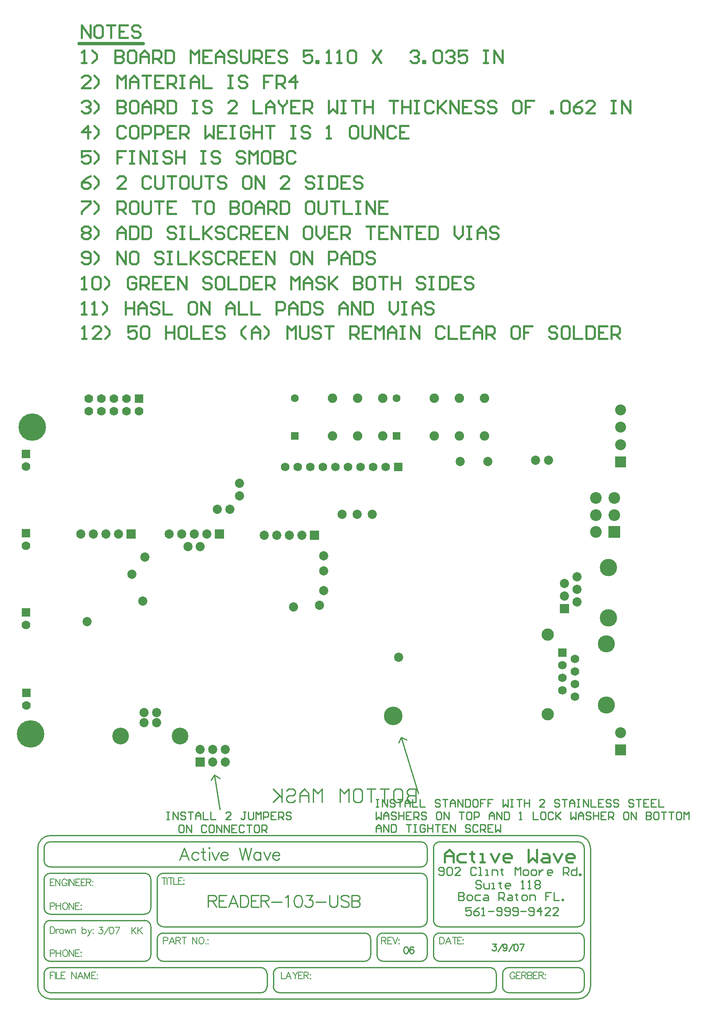
<source format=gbs>
%FSLAX24Y24*%
%MOIN*%
G70*
G01*
G75*
G04 Layer_Color=12517567*
%ADD10C,0.0080*%
%ADD11R,0.0500X0.0200*%
%ADD12R,0.0800X0.0600*%
%ADD13R,0.0800X0.0140*%
%ADD14R,0.0550X0.0400*%
%ADD15R,0.0300X0.0300*%
%ADD16R,0.0900X0.0550*%
%ADD17R,0.0900X0.1800*%
%ADD18R,0.0630X0.0118*%
%ADD19O,0.0630X0.0118*%
%ADD20O,0.0118X0.0630*%
%ADD21R,0.0300X0.0300*%
%ADD22R,0.0780X0.0780*%
%ADD23R,0.0900X0.0350*%
%ADD24O,0.0800X0.0240*%
%ADD25R,0.0360X0.0500*%
%ADD26R,0.0360X0.0360*%
%ADD27R,0.1800X0.0900*%
%ADD28O,0.0900X0.0240*%
%ADD29R,0.0400X0.0300*%
%ADD30R,0.0550X0.0900*%
%ADD31R,0.0400X0.0550*%
%ADD32R,0.3949X0.1752*%
%ADD33R,0.0600X0.0800*%
%ADD34O,0.0240X0.0800*%
%ADD35R,0.0945X0.0591*%
%ADD36R,0.1102X0.0709*%
%ADD37R,0.0709X0.1102*%
%ADD38O,0.0394X0.0108*%
%ADD39O,0.0108X0.0394*%
%ADD40O,0.0394X0.0108*%
%ADD41R,0.0600X0.0500*%
%ADD42O,0.0800X0.0300*%
%ADD43R,0.0350X0.0700*%
%ADD44R,0.1102X0.0790*%
%ADD45C,0.0120*%
%ADD46C,0.0100*%
%ADD47C,0.0200*%
%ADD48C,0.0300*%
%ADD49C,0.0250*%
%ADD50C,0.0150*%
%ADD51C,0.0400*%
%ADD52C,0.0140*%
%ADD53C,0.0220*%
%ADD54C,0.0090*%
%ADD55C,0.0050*%
%ADD56C,0.0600*%
%ADD57C,0.0650*%
%ADD58C,0.0550*%
%ADD59C,0.0620*%
%ADD60R,0.0620X0.0620*%
%ADD61R,0.0650X0.0650*%
%ADD62R,0.0600X0.0600*%
%ADD63R,0.0520X0.0520*%
%ADD64C,0.0670*%
%ADD65C,0.2100*%
%ADD66C,0.1400*%
%ADD67R,0.0650X0.0650*%
%ADD68C,0.1300*%
%ADD69C,0.1280*%
%ADD70C,0.0900*%
%ADD71C,0.0787*%
%ADD72R,0.0787X0.0787*%
%ADD73R,0.0850X0.0850*%
%ADD74C,0.0850*%
%ADD75C,0.1250*%
%ADD76R,0.0620X0.0620*%
%ADD77C,0.0350*%
%ADD78C,0.0060*%
%ADD79C,0.0125*%
%ADD80R,0.0580X0.0280*%
%ADD81R,0.0880X0.0680*%
%ADD82R,0.0880X0.0220*%
%ADD83R,0.0630X0.0480*%
%ADD84R,0.0380X0.0380*%
%ADD85R,0.0980X0.0630*%
%ADD86R,0.0980X0.1880*%
%ADD87R,0.0670X0.0158*%
%ADD88O,0.0670X0.0158*%
%ADD89O,0.0158X0.0670*%
%ADD90R,0.0380X0.0380*%
%ADD91R,0.0860X0.0860*%
%ADD92R,0.0980X0.0430*%
%ADD93O,0.0880X0.0320*%
%ADD94R,0.0440X0.0580*%
%ADD95R,0.0440X0.0440*%
%ADD96R,0.1880X0.0980*%
%ADD97O,0.0980X0.0320*%
%ADD98R,0.0480X0.0380*%
%ADD99R,0.0630X0.0980*%
%ADD100R,0.0480X0.0630*%
%ADD101R,0.4029X0.1832*%
%ADD102R,0.0680X0.0880*%
%ADD103O,0.0320X0.0880*%
%ADD104R,0.1025X0.0671*%
%ADD105R,0.1182X0.0789*%
%ADD106R,0.0789X0.1182*%
%ADD107O,0.0424X0.0138*%
%ADD108O,0.0138X0.0424*%
%ADD109O,0.0424X0.0138*%
%ADD110R,0.0680X0.0580*%
%ADD111O,0.0880X0.0380*%
%ADD112R,0.0430X0.0780*%
%ADD113R,0.1182X0.0870*%
%ADD114C,0.0680*%
%ADD115C,0.0730*%
%ADD116C,0.0630*%
%ADD117C,0.0700*%
%ADD118R,0.0700X0.0700*%
%ADD119R,0.0730X0.0730*%
%ADD120R,0.0680X0.0680*%
%ADD121R,0.0600X0.0600*%
%ADD122C,0.0750*%
%ADD123C,0.2180*%
%ADD124C,0.1480*%
%ADD125R,0.0730X0.0730*%
%ADD126C,0.1380*%
%ADD127C,0.1360*%
%ADD128C,0.0980*%
%ADD129C,0.0867*%
%ADD130R,0.0867X0.0867*%
%ADD131R,0.0930X0.0930*%
%ADD132C,0.0930*%
%ADD133C,0.1330*%
%ADD134R,0.0700X0.0700*%
D10*
X-4084Y-16617D02*
X-3805D01*
X-3957Y-16820D01*
X-3881D01*
X-3830Y-16845D01*
X-3805Y-16871D01*
X-3779Y-16947D01*
Y-16998D01*
X-3805Y-17074D01*
X-3856Y-17125D01*
X-3932Y-17150D01*
X-4008D01*
X-4084Y-17125D01*
X-4109Y-17099D01*
X-4135Y-17048D01*
X-3660Y-17226D02*
X-3305Y-16617D01*
X-3117D02*
X-3193Y-16642D01*
X-3244Y-16718D01*
X-3269Y-16845D01*
Y-16922D01*
X-3244Y-17048D01*
X-3193Y-17125D01*
X-3117Y-17150D01*
X-3066D01*
X-2990Y-17125D01*
X-2939Y-17048D01*
X-2914Y-16922D01*
Y-16845D01*
X-2939Y-16718D01*
X-2990Y-16642D01*
X-3066Y-16617D01*
X-3117D01*
X-2439D02*
X-2693Y-17150D01*
X-2794Y-16617D02*
X-2439D01*
X-1481D02*
Y-17150D01*
X-1126Y-16617D02*
X-1481Y-16972D01*
X-1354Y-16845D02*
X-1126Y-17150D01*
X-1007Y-16617D02*
Y-17150D01*
X-651Y-16617D02*
X-1007Y-16972D01*
X-880Y-16845D02*
X-651Y-17150D01*
D46*
X21133Y-5624D02*
Y-6691D01*
X20600D01*
X20422Y-6513D01*
Y-6335D01*
X20600Y-6158D01*
X21133D01*
X20600D01*
X20422Y-5980D01*
Y-5802D01*
X20600Y-5624D01*
X21133D01*
X19534D02*
X19889D01*
X20067Y-5802D01*
Y-6513D01*
X19889Y-6691D01*
X19534D01*
X19356Y-6513D01*
Y-5802D01*
X19534Y-5624D01*
X19001D02*
X18290D01*
X18645D01*
Y-6691D01*
X17934Y-5624D02*
X17223D01*
X17579D01*
Y-6691D01*
X16335Y-5624D02*
X16690D01*
X16868Y-5802D01*
Y-6513D01*
X16690Y-6691D01*
X16335D01*
X16157Y-6513D01*
Y-5802D01*
X16335Y-5624D01*
X15802Y-6691D02*
Y-5624D01*
X15446Y-5980D01*
X15091Y-5624D01*
Y-6691D01*
X13669D02*
Y-5624D01*
X13314Y-5980D01*
X12958Y-5624D01*
Y-6691D01*
X12603D02*
Y-5980D01*
X12247Y-5624D01*
X11892Y-5980D01*
Y-6691D01*
Y-6158D01*
X12603D01*
X10825Y-5802D02*
X11003Y-5624D01*
X11359D01*
X11536Y-5802D01*
Y-5980D01*
X11359Y-6158D01*
X11003D01*
X10825Y-6335D01*
Y-6513D01*
X11003Y-6691D01*
X11359D01*
X11536Y-6513D01*
X10470Y-5624D02*
Y-6691D01*
Y-6335D01*
X9759Y-5624D01*
X10292Y-6158D01*
X9759Y-6691D01*
X9285Y-20339D02*
G03*
X8785Y-19839I-500J0D01*
G01*
X8797Y-21840D02*
G03*
X9285Y-21343I8J480D01*
G01*
X10285Y-19839D02*
G03*
X9785Y-20339I0J-500D01*
G01*
Y-21339D02*
G03*
X10277Y-21839I500J0D01*
G01*
X27535Y-20339D02*
G03*
X27035Y-19839I-500J0D01*
G01*
X27047Y-21840D02*
G03*
X27535Y-21343I8J480D01*
G01*
X28035Y-21349D02*
G03*
X28534Y-21839I490J0D01*
G01*
X28535Y-19839D02*
G03*
X28035Y-20339I0J-500D01*
G01*
X35Y-12829D02*
G03*
X-455Y-12339I-490J0D01*
G01*
X-445Y-15589D02*
G03*
X35Y-15109I0J480D01*
G01*
Y-16579D02*
G03*
X-472Y-16090I-490J0D01*
G01*
X535Y-16099D02*
G03*
X1025Y-16589I490J0D01*
G01*
X535Y-18849D02*
G03*
X1025Y-19339I490J0D01*
G01*
X-455D02*
G03*
X35Y-18849I0J490D01*
G01*
X17535Y-17579D02*
G03*
X17045Y-17089I-490J0D01*
G01*
Y-19339D02*
G03*
X17535Y-18841I0J490D01*
G01*
X18035Y-18829D02*
G03*
X18537Y-19339I510J0D01*
G01*
X18515Y-17089D02*
G03*
X18036Y-17595I0J-480D01*
G01*
X1035Y-17089D02*
G03*
X535Y-17589I0J-500D01*
G01*
X1035Y-12339D02*
G03*
X535Y-12839I0J-500D01*
G01*
X-8465Y-18839D02*
G03*
X-7973Y-19339I500J0D01*
G01*
X-7965Y-16089D02*
G03*
X-8465Y-16589I0J-500D01*
G01*
Y-15089D02*
G03*
X-7965Y-15589I500J0D01*
G01*
Y-12339D02*
G03*
X-8465Y-12839I0J-500D01*
G01*
Y-11339D02*
G03*
X-7965Y-11839I500J0D01*
G01*
Y-9839D02*
G03*
X-8465Y-10339I0J-500D01*
G01*
X22035D02*
G03*
X21535Y-9839I-500J0D01*
G01*
X23035D02*
G03*
X22535Y-10339I0J-500D01*
G01*
X21535Y-11839D02*
G03*
X22035Y-11339I0J500D01*
G01*
Y-12839D02*
G03*
X21535Y-12339I-500J0D01*
G01*
X-7965Y-19839D02*
G03*
X-8465Y-20339I0J-500D01*
G01*
X21544Y-16589D02*
G03*
X22036Y-16089I-9J500D01*
G01*
X-8465Y-21339D02*
G03*
X-7973Y-21839I500J0D01*
G01*
X22035Y-17579D02*
G03*
X21545Y-17089I-490J0D01*
G01*
X22535Y-18849D02*
G03*
X23034Y-19339I490J0D01*
G01*
X21535Y-19339D02*
G03*
X22035Y-18839I0J500D01*
G01*
X34035Y-21839D02*
G03*
X34535Y-21339I0J500D01*
G01*
X34536Y-20331D02*
G03*
X34035Y-19839I-500J-9D01*
G01*
Y-19339D02*
G03*
X34535Y-18839I0J500D01*
G01*
Y-10329D02*
G03*
X34028Y-9840I-490J0D01*
G01*
X35035Y-10339D02*
G03*
X34035Y-9339I-1000J0D01*
G01*
Y-22339D02*
G03*
X35035Y-21339I0J1000D01*
G01*
X-8965Y-21329D02*
G03*
X-7972Y-22339I1010J0D01*
G01*
X-7965Y-9339D02*
G03*
X-8965Y-10339I0J-1000D01*
G01*
X22535Y-16089D02*
G03*
X23035Y-16589I500J0D01*
G01*
X34035D02*
G03*
X34535Y-16089I0J500D01*
G01*
X23035Y-17089D02*
G03*
X22535Y-17589I0J-500D01*
G01*
X34535Y-17579D02*
G03*
X34045Y-17089I-490J0D01*
G01*
X10285Y-21839D02*
X27035D01*
X-7965D02*
X8785D01*
X-7965Y-19839D02*
X8785D01*
X10285D02*
X27035D01*
X28535Y-21839D02*
X34035D01*
X28535Y-19839D02*
X34035D01*
X-7965Y-9839D02*
X21535D01*
X-7965Y-22339D02*
X34035D01*
X-7965Y-9339D02*
X34035D01*
X-7965Y-19339D02*
X-465D01*
X-7965Y-16089D02*
X-465D01*
X-7965Y-15589D02*
X-465D01*
X-7965Y-12339D02*
X-465D01*
X-7965Y-11839D02*
X21535D01*
X1035Y-12339D02*
X21535D01*
X1035Y-17089D02*
X17035D01*
X1035Y-19339D02*
X17035D01*
X18535D02*
X21535D01*
X18535Y-17089D02*
X21535D01*
X23035Y-19339D02*
X34035D01*
X23035Y-9839D02*
X34035D01*
X1035Y-16589D02*
X21535D01*
X23035D02*
X34035D01*
X23035Y-17089D02*
X34035D01*
X9285Y-21339D02*
Y-20339D01*
X9785Y-21339D02*
Y-20339D01*
X27535Y-21339D02*
Y-20339D01*
X28035Y-21339D02*
Y-20339D01*
X35035Y-21339D02*
Y-10339D01*
X-8465Y-18839D02*
Y-16589D01*
X35Y-18839D02*
Y-16589D01*
X-8465Y-15089D02*
Y-12839D01*
X35Y-15089D02*
Y-12839D01*
X-8465Y-11339D02*
Y-10339D01*
X22035Y-11339D02*
Y-10339D01*
Y-16089D02*
Y-12839D01*
X535Y-16089D02*
Y-12839D01*
X17535Y-18839D02*
Y-17589D01*
X535Y-18839D02*
Y-17589D01*
X18035Y-18839D02*
Y-17589D01*
X22035Y-18839D02*
Y-17589D01*
X34535Y-21339D02*
Y-20339D01*
X-8465Y-21339D02*
Y-20339D01*
X-8965Y-21339D02*
Y-10339D01*
X22535Y-16089D02*
Y-10339D01*
X34535Y-16089D02*
Y-10339D01*
X22535Y-18839D02*
Y-17589D01*
X34535Y-18839D02*
Y-17579D01*
X26323Y-13015D02*
X26216Y-12908D01*
X26003D01*
X25896Y-13015D01*
Y-13121D01*
X26003Y-13228D01*
X26216D01*
X26323Y-13334D01*
Y-13441D01*
X26216Y-13548D01*
X26003D01*
X25896Y-13441D01*
X26536Y-13121D02*
Y-13441D01*
X26643Y-13548D01*
X26963D01*
Y-13121D01*
X27176Y-13548D02*
X27389D01*
X27283D01*
Y-13121D01*
X27176D01*
X27816Y-13015D02*
Y-13121D01*
X27709D01*
X27922D01*
X27816D01*
Y-13441D01*
X27922Y-13548D01*
X28562D02*
X28349D01*
X28242Y-13441D01*
Y-13228D01*
X28349Y-13121D01*
X28562D01*
X28669Y-13228D01*
Y-13334D01*
X28242D01*
X29522Y-13548D02*
X29735D01*
X29628D01*
Y-12908D01*
X29522Y-13015D01*
X30055Y-13548D02*
X30268D01*
X30162D01*
Y-12908D01*
X30055Y-13015D01*
X30588D02*
X30695Y-12908D01*
X30908D01*
X31015Y-13015D01*
Y-13121D01*
X30908Y-13228D01*
X31015Y-13334D01*
Y-13441D01*
X30908Y-13548D01*
X30695D01*
X30588Y-13441D01*
Y-13334D01*
X30695Y-13228D01*
X30588Y-13121D01*
Y-13015D01*
X30695Y-13228D02*
X30908D01*
X25523Y-15058D02*
X25096D01*
Y-15378D01*
X25310Y-15271D01*
X25416D01*
X25523Y-15378D01*
Y-15591D01*
X25416Y-15698D01*
X25203D01*
X25096Y-15591D01*
X26163Y-15058D02*
X25949Y-15165D01*
X25736Y-15378D01*
Y-15591D01*
X25843Y-15698D01*
X26056D01*
X26163Y-15591D01*
Y-15484D01*
X26056Y-15378D01*
X25736D01*
X26376Y-15698D02*
X26589D01*
X26483D01*
Y-15058D01*
X26376Y-15165D01*
X26909Y-15378D02*
X27336D01*
X27549Y-15591D02*
X27655Y-15698D01*
X27869D01*
X27975Y-15591D01*
Y-15165D01*
X27869Y-15058D01*
X27655D01*
X27549Y-15165D01*
Y-15271D01*
X27655Y-15378D01*
X27975D01*
X28189Y-15591D02*
X28295Y-15698D01*
X28509D01*
X28615Y-15591D01*
Y-15165D01*
X28509Y-15058D01*
X28295D01*
X28189Y-15165D01*
Y-15271D01*
X28295Y-15378D01*
X28615D01*
X28828Y-15591D02*
X28935Y-15698D01*
X29148D01*
X29255Y-15591D01*
Y-15165D01*
X29148Y-15058D01*
X28935D01*
X28828Y-15165D01*
Y-15271D01*
X28935Y-15378D01*
X29255D01*
X29468D02*
X29895D01*
X30108Y-15591D02*
X30215Y-15698D01*
X30428D01*
X30535Y-15591D01*
Y-15165D01*
X30428Y-15058D01*
X30215D01*
X30108Y-15165D01*
Y-15271D01*
X30215Y-15378D01*
X30535D01*
X31068Y-15698D02*
Y-15058D01*
X30748Y-15378D01*
X31174D01*
X31814Y-15698D02*
X31388D01*
X31814Y-15271D01*
Y-15165D01*
X31707Y-15058D01*
X31494D01*
X31388Y-15165D01*
X32454Y-15698D02*
X32027D01*
X32454Y-15271D01*
Y-15165D01*
X32347Y-15058D01*
X32134D01*
X32027Y-15165D01*
X22946Y-12391D02*
X23053Y-12498D01*
X23266D01*
X23373Y-12391D01*
Y-11965D01*
X23266Y-11858D01*
X23053D01*
X22946Y-11965D01*
Y-12071D01*
X23053Y-12178D01*
X23373D01*
X23586Y-11965D02*
X23693Y-11858D01*
X23906D01*
X24013Y-11965D01*
Y-12391D01*
X23906Y-12498D01*
X23693D01*
X23586Y-12391D01*
Y-11965D01*
X24652Y-12498D02*
X24226D01*
X24652Y-12071D01*
Y-11965D01*
X24546Y-11858D01*
X24332D01*
X24226Y-11965D01*
X25932D02*
X25825Y-11858D01*
X25612D01*
X25505Y-11965D01*
Y-12391D01*
X25612Y-12498D01*
X25825D01*
X25932Y-12391D01*
X26145Y-12498D02*
X26359D01*
X26252D01*
Y-11858D01*
X26145D01*
X26678Y-12498D02*
X26892D01*
X26785D01*
Y-12071D01*
X26678D01*
X27212Y-12498D02*
Y-12071D01*
X27531D01*
X27638Y-12178D01*
Y-12498D01*
X27958Y-11965D02*
Y-12071D01*
X27851D01*
X28065D01*
X27958D01*
Y-12391D01*
X28065Y-12498D01*
X29024D02*
Y-11858D01*
X29238Y-12071D01*
X29451Y-11858D01*
Y-12498D01*
X29771D02*
X29984D01*
X30091Y-12391D01*
Y-12178D01*
X29984Y-12071D01*
X29771D01*
X29664Y-12178D01*
Y-12391D01*
X29771Y-12498D01*
X30411D02*
X30624D01*
X30730Y-12391D01*
Y-12178D01*
X30624Y-12071D01*
X30411D01*
X30304Y-12178D01*
Y-12391D01*
X30411Y-12498D01*
X30944Y-12071D02*
Y-12498D01*
Y-12284D01*
X31050Y-12178D01*
X31157Y-12071D01*
X31264D01*
X31903Y-12498D02*
X31690D01*
X31583Y-12391D01*
Y-12178D01*
X31690Y-12071D01*
X31903D01*
X32010Y-12178D01*
Y-12284D01*
X31583D01*
X32863Y-12498D02*
Y-11858D01*
X33183D01*
X33290Y-11965D01*
Y-12178D01*
X33183Y-12284D01*
X32863D01*
X33076D02*
X33290Y-12498D01*
X33929Y-11858D02*
Y-12498D01*
X33609D01*
X33503Y-12391D01*
Y-12178D01*
X33609Y-12071D01*
X33929D01*
X34143Y-12498D02*
Y-12391D01*
X34249D01*
Y-12498D01*
X34143D01*
X24546Y-13858D02*
Y-14498D01*
X24866D01*
X24973Y-14391D01*
Y-14284D01*
X24866Y-14178D01*
X24546D01*
X24866D01*
X24973Y-14071D01*
Y-13965D01*
X24866Y-13858D01*
X24546D01*
X25293Y-14498D02*
X25506D01*
X25613Y-14391D01*
Y-14178D01*
X25506Y-14071D01*
X25293D01*
X25186Y-14178D01*
Y-14391D01*
X25293Y-14498D01*
X26252Y-14071D02*
X25933D01*
X25826Y-14178D01*
Y-14391D01*
X25933Y-14498D01*
X26252D01*
X26572Y-14071D02*
X26786D01*
X26892Y-14178D01*
Y-14498D01*
X26572D01*
X26466Y-14391D01*
X26572Y-14284D01*
X26892D01*
X27745Y-14498D02*
Y-13858D01*
X28065D01*
X28172Y-13965D01*
Y-14178D01*
X28065Y-14284D01*
X27745D01*
X27959D02*
X28172Y-14498D01*
X28492Y-14071D02*
X28705D01*
X28812Y-14178D01*
Y-14498D01*
X28492D01*
X28385Y-14391D01*
X28492Y-14284D01*
X28812D01*
X29131Y-13965D02*
Y-14071D01*
X29025D01*
X29238D01*
X29131D01*
Y-14391D01*
X29238Y-14498D01*
X29665D02*
X29878D01*
X29985Y-14391D01*
Y-14178D01*
X29878Y-14071D01*
X29665D01*
X29558Y-14178D01*
Y-14391D01*
X29665Y-14498D01*
X30198D02*
Y-14071D01*
X30518D01*
X30624Y-14178D01*
Y-14498D01*
X31904Y-13858D02*
X31477D01*
Y-14178D01*
X31691D01*
X31477D01*
Y-14498D01*
X32117Y-13858D02*
Y-14498D01*
X32544D01*
X32757D02*
Y-14391D01*
X32864D01*
Y-14498D01*
X32757D01*
X5108Y-4519D02*
X5513Y-7277D01*
X5108Y-4519D02*
X5514Y-4803D01*
X4824Y-4925D02*
X5108Y-4519D01*
X19958Y-1522D02*
X21338Y-5997D01*
X19958Y-1522D02*
X20407Y-1731D01*
X19749Y-1971D02*
X19958Y-1522D01*
X1308Y-7452D02*
X1508D01*
X1408D01*
Y-8052D01*
X1308D01*
X1508D01*
X1808D02*
Y-7452D01*
X2208Y-8052D01*
Y-7452D01*
X2808Y-7552D02*
X2708Y-7452D01*
X2508D01*
X2408Y-7552D01*
Y-7652D01*
X2508Y-7752D01*
X2708D01*
X2808Y-7852D01*
Y-7952D01*
X2708Y-8052D01*
X2508D01*
X2408Y-7952D01*
X3008Y-7452D02*
X3408D01*
X3208D01*
Y-8052D01*
X3608D02*
Y-7652D01*
X3808Y-7452D01*
X4007Y-7652D01*
Y-8052D01*
Y-7752D01*
X3608D01*
X4207Y-7452D02*
Y-8052D01*
X4607D01*
X4807Y-7452D02*
Y-8052D01*
X5207D01*
X6407D02*
X6007D01*
X6407Y-7652D01*
Y-7552D01*
X6307Y-7452D01*
X6107D01*
X6007Y-7552D01*
X7606Y-7452D02*
X7406D01*
X7506D01*
Y-7952D01*
X7406Y-8052D01*
X7306D01*
X7206Y-7952D01*
X7806Y-7452D02*
Y-7952D01*
X7906Y-8052D01*
X8106D01*
X8206Y-7952D01*
Y-7452D01*
X8406Y-8052D02*
Y-7452D01*
X8606Y-7652D01*
X8806Y-7452D01*
Y-8052D01*
X9006D02*
Y-7452D01*
X9306D01*
X9406Y-7552D01*
Y-7752D01*
X9306Y-7852D01*
X9006D01*
X10006Y-7452D02*
X9606D01*
Y-8052D01*
X10006D01*
X9606Y-7752D02*
X9806D01*
X10205Y-8052D02*
Y-7452D01*
X10505D01*
X10605Y-7552D01*
Y-7752D01*
X10505Y-7852D01*
X10205D01*
X10405D02*
X10605Y-8052D01*
X11205Y-7552D02*
X11105Y-7452D01*
X10905D01*
X10805Y-7552D01*
Y-7652D01*
X10905Y-7752D01*
X11105D01*
X11205Y-7852D01*
Y-7952D01*
X11105Y-8052D01*
X10905D01*
X10805Y-7952D01*
X2558Y-8502D02*
X2358D01*
X2258Y-8602D01*
Y-9002D01*
X2358Y-9102D01*
X2558D01*
X2658Y-9002D01*
Y-8602D01*
X2558Y-8502D01*
X2858Y-9102D02*
Y-8502D01*
X3258Y-9102D01*
Y-8502D01*
X4458Y-8602D02*
X4358Y-8502D01*
X4158D01*
X4058Y-8602D01*
Y-9002D01*
X4158Y-9102D01*
X4358D01*
X4458Y-9002D01*
X4957Y-8502D02*
X4758D01*
X4658Y-8602D01*
Y-9002D01*
X4758Y-9102D01*
X4957D01*
X5057Y-9002D01*
Y-8602D01*
X4957Y-8502D01*
X5257Y-9102D02*
Y-8502D01*
X5657Y-9102D01*
Y-8502D01*
X5857Y-9102D02*
Y-8502D01*
X6257Y-9102D01*
Y-8502D01*
X6857D02*
X6457D01*
Y-9102D01*
X6857D01*
X6457Y-8802D02*
X6657D01*
X7457Y-8602D02*
X7357Y-8502D01*
X7157D01*
X7057Y-8602D01*
Y-9002D01*
X7157Y-9102D01*
X7357D01*
X7457Y-9002D01*
X7657Y-8502D02*
X8056D01*
X7857D01*
Y-9102D01*
X8556Y-8502D02*
X8356D01*
X8256Y-8602D01*
Y-9002D01*
X8356Y-9102D01*
X8556D01*
X8656Y-9002D01*
Y-8602D01*
X8556Y-8502D01*
X8856Y-9102D02*
Y-8502D01*
X9156D01*
X9256Y-8602D01*
Y-8802D01*
X9156Y-8902D01*
X8856D01*
X9056D02*
X9256Y-9102D01*
X17958Y-6472D02*
X18158D01*
X18058D01*
Y-7072D01*
X17958D01*
X18158D01*
X18458D02*
Y-6472D01*
X18858Y-7072D01*
Y-6472D01*
X19458Y-6572D02*
X19358Y-6472D01*
X19158D01*
X19058Y-6572D01*
Y-6672D01*
X19158Y-6772D01*
X19358D01*
X19458Y-6872D01*
Y-6972D01*
X19358Y-7072D01*
X19158D01*
X19058Y-6972D01*
X19658Y-6472D02*
X20058D01*
X19858D01*
Y-7072D01*
X20258D02*
Y-6672D01*
X20458Y-6472D01*
X20657Y-6672D01*
Y-7072D01*
Y-6772D01*
X20258D01*
X20857Y-6472D02*
Y-7072D01*
X21257D01*
X21457Y-6472D02*
Y-7072D01*
X21857D01*
X23057Y-6572D02*
X22957Y-6472D01*
X22757D01*
X22657Y-6572D01*
Y-6672D01*
X22757Y-6772D01*
X22957D01*
X23057Y-6872D01*
Y-6972D01*
X22957Y-7072D01*
X22757D01*
X22657Y-6972D01*
X23257Y-6472D02*
X23656D01*
X23457D01*
Y-7072D01*
X23856D02*
Y-6672D01*
X24056Y-6472D01*
X24256Y-6672D01*
Y-7072D01*
Y-6772D01*
X23856D01*
X24456Y-7072D02*
Y-6472D01*
X24856Y-7072D01*
Y-6472D01*
X25056D02*
Y-7072D01*
X25356D01*
X25456Y-6972D01*
Y-6572D01*
X25356Y-6472D01*
X25056D01*
X25956D02*
X25756D01*
X25656Y-6572D01*
Y-6972D01*
X25756Y-7072D01*
X25956D01*
X26056Y-6972D01*
Y-6572D01*
X25956Y-6472D01*
X26656D02*
X26256D01*
Y-6772D01*
X26456D01*
X26256D01*
Y-7072D01*
X27255Y-6472D02*
X26855D01*
Y-6772D01*
X27055D01*
X26855D01*
Y-7072D01*
X28055Y-6472D02*
Y-7072D01*
X28255Y-6872D01*
X28455Y-7072D01*
Y-6472D01*
X28655D02*
X28855D01*
X28755D01*
Y-7072D01*
X28655D01*
X28855D01*
X29155Y-6472D02*
X29555D01*
X29355D01*
Y-7072D01*
X29755Y-6472D02*
Y-7072D01*
Y-6772D01*
X30154D01*
Y-6472D01*
Y-7072D01*
X31354D02*
X30954D01*
X31354Y-6672D01*
Y-6572D01*
X31254Y-6472D01*
X31054D01*
X30954Y-6572D01*
X32554D02*
X32454Y-6472D01*
X32254D01*
X32154Y-6572D01*
Y-6672D01*
X32254Y-6772D01*
X32454D01*
X32554Y-6872D01*
Y-6972D01*
X32454Y-7072D01*
X32254D01*
X32154Y-6972D01*
X32754Y-6472D02*
X33153D01*
X32953D01*
Y-7072D01*
X33353D02*
Y-6672D01*
X33553Y-6472D01*
X33753Y-6672D01*
Y-7072D01*
Y-6772D01*
X33353D01*
X33953Y-6472D02*
X34153D01*
X34053D01*
Y-7072D01*
X33953D01*
X34153D01*
X34453D02*
Y-6472D01*
X34853Y-7072D01*
Y-6472D01*
X35053D02*
Y-7072D01*
X35453D01*
X36052Y-6472D02*
X35653D01*
Y-7072D01*
X36052D01*
X35653Y-6772D02*
X35853D01*
X36652Y-6572D02*
X36552Y-6472D01*
X36352D01*
X36252Y-6572D01*
Y-6672D01*
X36352Y-6772D01*
X36552D01*
X36652Y-6872D01*
Y-6972D01*
X36552Y-7072D01*
X36352D01*
X36252Y-6972D01*
X37252Y-6572D02*
X37152Y-6472D01*
X36952D01*
X36852Y-6572D01*
Y-6672D01*
X36952Y-6772D01*
X37152D01*
X37252Y-6872D01*
Y-6972D01*
X37152Y-7072D01*
X36952D01*
X36852Y-6972D01*
X38452Y-6572D02*
X38352Y-6472D01*
X38152D01*
X38052Y-6572D01*
Y-6672D01*
X38152Y-6772D01*
X38352D01*
X38452Y-6872D01*
Y-6972D01*
X38352Y-7072D01*
X38152D01*
X38052Y-6972D01*
X38652Y-6472D02*
X39052D01*
X38852D01*
Y-7072D01*
X39651Y-6472D02*
X39251D01*
Y-7072D01*
X39651D01*
X39251Y-6772D02*
X39451D01*
X40251Y-6472D02*
X39851D01*
Y-7072D01*
X40251D01*
X39851Y-6772D02*
X40051D01*
X40451Y-6472D02*
Y-7072D01*
X40851D01*
X17958Y-7472D02*
Y-8072D01*
X18158Y-7872D01*
X18358Y-8072D01*
Y-7472D01*
X18558Y-8072D02*
Y-7672D01*
X18758Y-7472D01*
X18958Y-7672D01*
Y-8072D01*
Y-7772D01*
X18558D01*
X19558Y-7572D02*
X19458Y-7472D01*
X19258D01*
X19158Y-7572D01*
Y-7672D01*
X19258Y-7772D01*
X19458D01*
X19558Y-7872D01*
Y-7972D01*
X19458Y-8072D01*
X19258D01*
X19158Y-7972D01*
X19758Y-7472D02*
Y-8072D01*
Y-7772D01*
X20158D01*
Y-7472D01*
Y-8072D01*
X20757Y-7472D02*
X20358D01*
Y-8072D01*
X20757D01*
X20358Y-7772D02*
X20557D01*
X20957Y-8072D02*
Y-7472D01*
X21257D01*
X21357Y-7572D01*
Y-7772D01*
X21257Y-7872D01*
X20957D01*
X21157D02*
X21357Y-8072D01*
X21957Y-7572D02*
X21857Y-7472D01*
X21657D01*
X21557Y-7572D01*
Y-7672D01*
X21657Y-7772D01*
X21857D01*
X21957Y-7872D01*
Y-7972D01*
X21857Y-8072D01*
X21657D01*
X21557Y-7972D01*
X23057Y-7472D02*
X22857D01*
X22757Y-7572D01*
Y-7972D01*
X22857Y-8072D01*
X23057D01*
X23157Y-7972D01*
Y-7572D01*
X23057Y-7472D01*
X23357Y-8072D02*
Y-7472D01*
X23756Y-8072D01*
Y-7472D01*
X24556D02*
X24956D01*
X24756D01*
Y-8072D01*
X25456Y-7472D02*
X25256D01*
X25156Y-7572D01*
Y-7972D01*
X25256Y-8072D01*
X25456D01*
X25556Y-7972D01*
Y-7572D01*
X25456Y-7472D01*
X25756Y-8072D02*
Y-7472D01*
X26056D01*
X26156Y-7572D01*
Y-7772D01*
X26056Y-7872D01*
X25756D01*
X26955Y-8072D02*
Y-7672D01*
X27155Y-7472D01*
X27355Y-7672D01*
Y-8072D01*
Y-7772D01*
X26955D01*
X27555Y-8072D02*
Y-7472D01*
X27955Y-8072D01*
Y-7472D01*
X28155D02*
Y-8072D01*
X28455D01*
X28555Y-7972D01*
Y-7572D01*
X28455Y-7472D01*
X28155D01*
X29355Y-8072D02*
X29555D01*
X29455D01*
Y-7472D01*
X29355Y-7572D01*
X30454Y-7472D02*
Y-8072D01*
X30854D01*
X31354Y-7472D02*
X31154D01*
X31054Y-7572D01*
Y-7972D01*
X31154Y-8072D01*
X31354D01*
X31454Y-7972D01*
Y-7572D01*
X31354Y-7472D01*
X32054Y-7572D02*
X31954Y-7472D01*
X31754D01*
X31654Y-7572D01*
Y-7972D01*
X31754Y-8072D01*
X31954D01*
X32054Y-7972D01*
X32254Y-7472D02*
Y-8072D01*
Y-7872D01*
X32654Y-7472D01*
X32354Y-7772D01*
X32654Y-8072D01*
X33453Y-7472D02*
Y-8072D01*
X33653Y-7872D01*
X33853Y-8072D01*
Y-7472D01*
X34053Y-8072D02*
Y-7672D01*
X34253Y-7472D01*
X34453Y-7672D01*
Y-8072D01*
Y-7772D01*
X34053D01*
X35053Y-7572D02*
X34953Y-7472D01*
X34753D01*
X34653Y-7572D01*
Y-7672D01*
X34753Y-7772D01*
X34953D01*
X35053Y-7872D01*
Y-7972D01*
X34953Y-8072D01*
X34753D01*
X34653Y-7972D01*
X35253Y-7472D02*
Y-8072D01*
Y-7772D01*
X35653D01*
Y-7472D01*
Y-8072D01*
X36252Y-7472D02*
X35853D01*
Y-8072D01*
X36252D01*
X35853Y-7772D02*
X36052D01*
X36452Y-8072D02*
Y-7472D01*
X36752D01*
X36852Y-7572D01*
Y-7772D01*
X36752Y-7872D01*
X36452D01*
X36652D02*
X36852Y-8072D01*
X37952Y-7472D02*
X37752D01*
X37652Y-7572D01*
Y-7972D01*
X37752Y-8072D01*
X37952D01*
X38052Y-7972D01*
Y-7572D01*
X37952Y-7472D01*
X38252Y-8072D02*
Y-7472D01*
X38652Y-8072D01*
Y-7472D01*
X39451D02*
Y-8072D01*
X39751D01*
X39851Y-7972D01*
Y-7872D01*
X39751Y-7772D01*
X39451D01*
X39751D01*
X39851Y-7672D01*
Y-7572D01*
X39751Y-7472D01*
X39451D01*
X40351D02*
X40151D01*
X40051Y-7572D01*
Y-7972D01*
X40151Y-8072D01*
X40351D01*
X40451Y-7972D01*
Y-7572D01*
X40351Y-7472D01*
X40651D02*
X41051D01*
X40851D01*
Y-8072D01*
X41251Y-7472D02*
X41651D01*
X41451D01*
Y-8072D01*
X42151Y-7472D02*
X41951D01*
X41851Y-7572D01*
Y-7972D01*
X41951Y-8072D01*
X42151D01*
X42250Y-7972D01*
Y-7572D01*
X42151Y-7472D01*
X42450Y-8072D02*
Y-7472D01*
X42650Y-7672D01*
X42850Y-7472D01*
Y-8072D01*
X17958Y-9072D02*
Y-8672D01*
X18158Y-8472D01*
X18358Y-8672D01*
Y-9072D01*
Y-8772D01*
X17958D01*
X18558Y-9072D02*
Y-8472D01*
X18958Y-9072D01*
Y-8472D01*
X19158D02*
Y-9072D01*
X19458D01*
X19558Y-8972D01*
Y-8572D01*
X19458Y-8472D01*
X19158D01*
X20358D02*
X20757D01*
X20557D01*
Y-9072D01*
X20957Y-8472D02*
X21157D01*
X21057D01*
Y-9072D01*
X20957D01*
X21157D01*
X21857Y-8572D02*
X21757Y-8472D01*
X21557D01*
X21457Y-8572D01*
Y-8972D01*
X21557Y-9072D01*
X21757D01*
X21857Y-8972D01*
Y-8772D01*
X21657D01*
X22057Y-8472D02*
Y-9072D01*
Y-8772D01*
X22457D01*
Y-8472D01*
Y-9072D01*
X22657Y-8472D02*
X23057D01*
X22857D01*
Y-9072D01*
X23656Y-8472D02*
X23257D01*
Y-9072D01*
X23656D01*
X23257Y-8772D02*
X23457D01*
X23856Y-9072D02*
Y-8472D01*
X24256Y-9072D01*
Y-8472D01*
X25456Y-8572D02*
X25356Y-8472D01*
X25156D01*
X25056Y-8572D01*
Y-8672D01*
X25156Y-8772D01*
X25356D01*
X25456Y-8872D01*
Y-8972D01*
X25356Y-9072D01*
X25156D01*
X25056Y-8972D01*
X26056Y-8572D02*
X25956Y-8472D01*
X25756D01*
X25656Y-8572D01*
Y-8972D01*
X25756Y-9072D01*
X25956D01*
X26056Y-8972D01*
X26256Y-9072D02*
Y-8472D01*
X26556D01*
X26656Y-8572D01*
Y-8772D01*
X26556Y-8872D01*
X26256D01*
X26456D02*
X26656Y-9072D01*
X27255Y-8472D02*
X26855D01*
Y-9072D01*
X27255D01*
X26855Y-8772D02*
X27055D01*
X27455Y-8472D02*
Y-9072D01*
X27655Y-8872D01*
X27855Y-9072D01*
Y-8472D01*
D49*
X-5654Y53642D02*
X-554D01*
D50*
X23446Y-11448D02*
Y-10781D01*
X23780Y-10448D01*
X24113Y-10781D01*
Y-11448D01*
Y-10948D01*
X23446D01*
X25112Y-10781D02*
X24613D01*
X24446Y-10948D01*
Y-11281D01*
X24613Y-11448D01*
X25112D01*
X25612Y-10615D02*
Y-10781D01*
X25446D01*
X25779D01*
X25612D01*
Y-11281D01*
X25779Y-11448D01*
X26279D02*
X26612D01*
X26445D01*
Y-10781D01*
X26279D01*
X27112D02*
X27445Y-11448D01*
X27778Y-10781D01*
X28611Y-11448D02*
X28278D01*
X28111Y-11281D01*
Y-10948D01*
X28278Y-10781D01*
X28611D01*
X28778Y-10948D01*
Y-11114D01*
X28111D01*
X30111Y-10448D02*
Y-11448D01*
X30444Y-11114D01*
X30777Y-11448D01*
Y-10448D01*
X31277Y-10781D02*
X31610D01*
X31777Y-10948D01*
Y-11448D01*
X31277D01*
X31110Y-11281D01*
X31277Y-11114D01*
X31777D01*
X32110Y-10781D02*
X32443Y-11448D01*
X32777Y-10781D01*
X33610Y-11448D02*
X33276D01*
X33110Y-11281D01*
Y-10948D01*
X33276Y-10781D01*
X33610D01*
X33776Y-10948D01*
Y-11114D01*
X33110D01*
X-5442Y30178D02*
X-5108D01*
X-5275D01*
Y31178D01*
X-5442Y31011D01*
X-3942Y30178D02*
X-4609D01*
X-3942Y30844D01*
Y31011D01*
X-4109Y31178D01*
X-4442D01*
X-4609Y31011D01*
X-3609Y30178D02*
X-3276Y30511D01*
Y30844D01*
X-3609Y31178D01*
X-1110D02*
X-1776D01*
Y30678D01*
X-1443Y30844D01*
X-1276D01*
X-1110Y30678D01*
Y30345D01*
X-1276Y30178D01*
X-1610D01*
X-1776Y30345D01*
X-777Y31011D02*
X-610Y31178D01*
X-277D01*
X-110Y31011D01*
Y30345D01*
X-277Y30178D01*
X-610D01*
X-777Y30345D01*
Y31011D01*
X1223Y31178D02*
Y30178D01*
Y30678D01*
X1889D01*
Y31178D01*
Y30178D01*
X2722Y31178D02*
X2389D01*
X2223Y31011D01*
Y30345D01*
X2389Y30178D01*
X2722D01*
X2889Y30345D01*
Y31011D01*
X2722Y31178D01*
X3222D02*
Y30178D01*
X3889D01*
X4888Y31178D02*
X4222D01*
Y30178D01*
X4888D01*
X4222Y30678D02*
X4555D01*
X5888Y31011D02*
X5721Y31178D01*
X5388D01*
X5222Y31011D01*
Y30844D01*
X5388Y30678D01*
X5721D01*
X5888Y30511D01*
Y30345D01*
X5721Y30178D01*
X5388D01*
X5222Y30345D01*
X7554Y30178D02*
X7221Y30511D01*
Y30844D01*
X7554Y31178D01*
X8054Y30178D02*
Y30844D01*
X8387Y31178D01*
X8720Y30844D01*
Y30178D01*
Y30678D01*
X8054D01*
X9054Y30178D02*
X9387Y30511D01*
Y30844D01*
X9054Y31178D01*
X10886Y30178D02*
Y31178D01*
X11220Y30844D01*
X11553Y31178D01*
Y30178D01*
X11886Y31178D02*
Y30345D01*
X12053Y30178D01*
X12386D01*
X12553Y30345D01*
Y31178D01*
X13552Y31011D02*
X13386Y31178D01*
X13052D01*
X12886Y31011D01*
Y30844D01*
X13052Y30678D01*
X13386D01*
X13552Y30511D01*
Y30345D01*
X13386Y30178D01*
X13052D01*
X12886Y30345D01*
X13885Y31178D02*
X14552D01*
X14219D01*
Y30178D01*
X15885D02*
Y31178D01*
X16385D01*
X16551Y31011D01*
Y30678D01*
X16385Y30511D01*
X15885D01*
X16218D02*
X16551Y30178D01*
X17551Y31178D02*
X16884D01*
Y30178D01*
X17551D01*
X16884Y30678D02*
X17218D01*
X17884Y30178D02*
Y31178D01*
X18217Y30844D01*
X18551Y31178D01*
Y30178D01*
X18884D02*
Y30844D01*
X19217Y31178D01*
X19550Y30844D01*
Y30178D01*
Y30678D01*
X18884D01*
X19883Y31178D02*
X20217D01*
X20050D01*
Y30178D01*
X19883D01*
X20217D01*
X20717D02*
Y31178D01*
X21383Y30178D01*
Y31178D01*
X23382Y31011D02*
X23216Y31178D01*
X22883D01*
X22716Y31011D01*
Y30345D01*
X22883Y30178D01*
X23216D01*
X23382Y30345D01*
X23716Y31178D02*
Y30178D01*
X24382D01*
X25382Y31178D02*
X24715D01*
Y30178D01*
X25382D01*
X24715Y30678D02*
X25048D01*
X25715Y30178D02*
Y30844D01*
X26048Y31178D01*
X26381Y30844D01*
Y30178D01*
Y30678D01*
X25715D01*
X26715Y30178D02*
Y31178D01*
X27214D01*
X27381Y31011D01*
Y30678D01*
X27214Y30511D01*
X26715D01*
X27048D02*
X27381Y30178D01*
X29214Y31178D02*
X28881D01*
X28714Y31011D01*
Y30345D01*
X28881Y30178D01*
X29214D01*
X29380Y30345D01*
Y31011D01*
X29214Y31178D01*
X30380D02*
X29714D01*
Y30678D01*
X30047D01*
X29714D01*
Y30178D01*
X32379Y31011D02*
X32213Y31178D01*
X31880D01*
X31713Y31011D01*
Y30844D01*
X31880Y30678D01*
X32213D01*
X32379Y30511D01*
Y30345D01*
X32213Y30178D01*
X31880D01*
X31713Y30345D01*
X33213Y31178D02*
X32879D01*
X32713Y31011D01*
Y30345D01*
X32879Y30178D01*
X33213D01*
X33379Y30345D01*
Y31011D01*
X33213Y31178D01*
X33712D02*
Y30178D01*
X34379D01*
X34712Y31178D02*
Y30178D01*
X35212D01*
X35378Y30345D01*
Y31011D01*
X35212Y31178D01*
X34712D01*
X36378D02*
X35712D01*
Y30178D01*
X36378D01*
X35712Y30678D02*
X36045D01*
X36711Y30178D02*
Y31178D01*
X37211D01*
X37378Y31011D01*
Y30678D01*
X37211Y30511D01*
X36711D01*
X37045D02*
X37378Y30178D01*
X-5454Y34092D02*
X-5120D01*
X-5287D01*
Y35092D01*
X-5454Y34925D01*
X-4621D02*
X-4454Y35092D01*
X-4121D01*
X-3954Y34925D01*
Y34259D01*
X-4121Y34092D01*
X-4454D01*
X-4621Y34259D01*
Y34925D01*
X-3621Y34092D02*
X-3288Y34426D01*
Y34759D01*
X-3621Y35092D01*
X-1122Y34925D02*
X-1288Y35092D01*
X-1622D01*
X-1788Y34925D01*
Y34259D01*
X-1622Y34092D01*
X-1288D01*
X-1122Y34259D01*
Y34592D01*
X-1455D01*
X-789Y34092D02*
Y35092D01*
X-289D01*
X-122Y34925D01*
Y34592D01*
X-289Y34426D01*
X-789D01*
X-455D02*
X-122Y34092D01*
X878Y35092D02*
X211D01*
Y34092D01*
X878D01*
X211Y34592D02*
X544D01*
X1877Y35092D02*
X1211D01*
Y34092D01*
X1877D01*
X1211Y34592D02*
X1544D01*
X2210Y34092D02*
Y35092D01*
X2877Y34092D01*
Y35092D01*
X4876Y34925D02*
X4710Y35092D01*
X4376D01*
X4210Y34925D01*
Y34759D01*
X4376Y34592D01*
X4710D01*
X4876Y34426D01*
Y34259D01*
X4710Y34092D01*
X4376D01*
X4210Y34259D01*
X5709Y35092D02*
X5376D01*
X5210Y34925D01*
Y34259D01*
X5376Y34092D01*
X5709D01*
X5876Y34259D01*
Y34925D01*
X5709Y35092D01*
X6209D02*
Y34092D01*
X6876D01*
X7209Y35092D02*
Y34092D01*
X7709D01*
X7875Y34259D01*
Y34925D01*
X7709Y35092D01*
X7209D01*
X8875D02*
X8209D01*
Y34092D01*
X8875D01*
X8209Y34592D02*
X8542D01*
X9208Y34092D02*
Y35092D01*
X9708D01*
X9875Y34925D01*
Y34592D01*
X9708Y34426D01*
X9208D01*
X9541D02*
X9875Y34092D01*
X11208D02*
Y35092D01*
X11541Y34759D01*
X11874Y35092D01*
Y34092D01*
X12207D02*
Y34759D01*
X12540Y35092D01*
X12874Y34759D01*
Y34092D01*
Y34592D01*
X12207D01*
X13873Y34925D02*
X13707Y35092D01*
X13374D01*
X13207Y34925D01*
Y34759D01*
X13374Y34592D01*
X13707D01*
X13873Y34426D01*
Y34259D01*
X13707Y34092D01*
X13374D01*
X13207Y34259D01*
X14207Y35092D02*
Y34092D01*
Y34426D01*
X14873Y35092D01*
X14373Y34592D01*
X14873Y34092D01*
X16206Y35092D02*
Y34092D01*
X16706D01*
X16872Y34259D01*
Y34426D01*
X16706Y34592D01*
X16206D01*
X16706D01*
X16872Y34759D01*
Y34925D01*
X16706Y35092D01*
X16206D01*
X17705D02*
X17372D01*
X17206Y34925D01*
Y34259D01*
X17372Y34092D01*
X17705D01*
X17872Y34259D01*
Y34925D01*
X17705Y35092D01*
X18205D02*
X18872D01*
X18539D01*
Y34092D01*
X19205Y35092D02*
Y34092D01*
Y34592D01*
X19871D01*
Y35092D01*
Y34092D01*
X21871Y34925D02*
X21704Y35092D01*
X21371D01*
X21204Y34925D01*
Y34759D01*
X21371Y34592D01*
X21704D01*
X21871Y34426D01*
Y34259D01*
X21704Y34092D01*
X21371D01*
X21204Y34259D01*
X22204Y35092D02*
X22537D01*
X22371D01*
Y34092D01*
X22204D01*
X22537D01*
X23037Y35092D02*
Y34092D01*
X23537D01*
X23704Y34259D01*
Y34925D01*
X23537Y35092D01*
X23037D01*
X24703D02*
X24037D01*
Y34092D01*
X24703D01*
X24037Y34592D02*
X24370D01*
X25703Y34925D02*
X25536Y35092D01*
X25203D01*
X25036Y34925D01*
Y34759D01*
X25203Y34592D01*
X25536D01*
X25703Y34426D01*
Y34259D01*
X25536Y34092D01*
X25203D01*
X25036Y34259D01*
X-5454Y32092D02*
X-5120D01*
X-5287D01*
Y33092D01*
X-5454Y32925D01*
X-4621Y32092D02*
X-4287D01*
X-4454D01*
Y33092D01*
X-4621Y32925D01*
X-3788Y32092D02*
X-3454Y32426D01*
Y32759D01*
X-3788Y33092D01*
X-1955D02*
Y32092D01*
Y32592D01*
X-1288D01*
Y33092D01*
Y32092D01*
X-955D02*
Y32759D01*
X-622Y33092D01*
X-289Y32759D01*
Y32092D01*
Y32592D01*
X-955D01*
X711Y32925D02*
X544Y33092D01*
X211D01*
X45Y32925D01*
Y32759D01*
X211Y32592D01*
X544D01*
X711Y32426D01*
Y32259D01*
X544Y32092D01*
X211D01*
X45Y32259D01*
X1044Y33092D02*
Y32092D01*
X1711D01*
X3543Y33092D02*
X3210D01*
X3044Y32925D01*
Y32259D01*
X3210Y32092D01*
X3543D01*
X3710Y32259D01*
Y32925D01*
X3543Y33092D01*
X4043Y32092D02*
Y33092D01*
X4710Y32092D01*
Y33092D01*
X6043Y32092D02*
Y32759D01*
X6376Y33092D01*
X6709Y32759D01*
Y32092D01*
Y32592D01*
X6043D01*
X7042Y33092D02*
Y32092D01*
X7709D01*
X8042Y33092D02*
Y32092D01*
X8708D01*
X10041D02*
Y33092D01*
X10541D01*
X10708Y32925D01*
Y32592D01*
X10541Y32426D01*
X10041D01*
X11041Y32092D02*
Y32759D01*
X11374Y33092D01*
X11707Y32759D01*
Y32092D01*
Y32592D01*
X11041D01*
X12041Y33092D02*
Y32092D01*
X12540D01*
X12707Y32259D01*
Y32925D01*
X12540Y33092D01*
X12041D01*
X13707Y32925D02*
X13540Y33092D01*
X13207D01*
X13040Y32925D01*
Y32759D01*
X13207Y32592D01*
X13540D01*
X13707Y32426D01*
Y32259D01*
X13540Y32092D01*
X13207D01*
X13040Y32259D01*
X15040Y32092D02*
Y32759D01*
X15373Y33092D01*
X15706Y32759D01*
Y32092D01*
Y32592D01*
X15040D01*
X16039Y32092D02*
Y33092D01*
X16706Y32092D01*
Y33092D01*
X17039D02*
Y32092D01*
X17539D01*
X17705Y32259D01*
Y32925D01*
X17539Y33092D01*
X17039D01*
X19038D02*
Y32426D01*
X19372Y32092D01*
X19705Y32426D01*
Y33092D01*
X20038D02*
X20371D01*
X20205D01*
Y32092D01*
X20038D01*
X20371D01*
X20871D02*
Y32759D01*
X21204Y33092D01*
X21538Y32759D01*
Y32092D01*
Y32592D01*
X20871D01*
X22537Y32925D02*
X22371Y33092D01*
X22037D01*
X21871Y32925D01*
Y32759D01*
X22037Y32592D01*
X22371D01*
X22537Y32426D01*
Y32259D01*
X22371Y32092D01*
X22037D01*
X21871Y32259D01*
X-4787Y50092D02*
X-5454D01*
X-4787Y50759D01*
Y50925D01*
X-4954Y51092D01*
X-5287D01*
X-5454Y50925D01*
X-4454Y50092D02*
X-4121Y50426D01*
Y50759D01*
X-4454Y51092D01*
X-2621Y50092D02*
Y51092D01*
X-2288Y50759D01*
X-1955Y51092D01*
Y50092D01*
X-1622D02*
Y50759D01*
X-1288Y51092D01*
X-955Y50759D01*
Y50092D01*
Y50592D01*
X-1622D01*
X-622Y51092D02*
X45D01*
X-289D01*
Y50092D01*
X1044Y51092D02*
X378D01*
Y50092D01*
X1044D01*
X378Y50592D02*
X711D01*
X1377Y50092D02*
Y51092D01*
X1877D01*
X2044Y50925D01*
Y50592D01*
X1877Y50426D01*
X1377D01*
X1711D02*
X2044Y50092D01*
X2377Y51092D02*
X2710D01*
X2544D01*
Y50092D01*
X2377D01*
X2710D01*
X3210D02*
Y50759D01*
X3543Y51092D01*
X3877Y50759D01*
Y50092D01*
Y50592D01*
X3210D01*
X4210Y51092D02*
Y50092D01*
X4876D01*
X6209Y51092D02*
X6542D01*
X6376D01*
Y50092D01*
X6209D01*
X6542D01*
X7709Y50925D02*
X7542Y51092D01*
X7209D01*
X7042Y50925D01*
Y50759D01*
X7209Y50592D01*
X7542D01*
X7709Y50426D01*
Y50259D01*
X7542Y50092D01*
X7209D01*
X7042Y50259D01*
X9708Y51092D02*
X9042D01*
Y50592D01*
X9375D01*
X9042D01*
Y50092D01*
X10041D02*
Y51092D01*
X10541D01*
X10708Y50925D01*
Y50592D01*
X10541Y50426D01*
X10041D01*
X10374D02*
X10708Y50092D01*
X11541D02*
Y51092D01*
X11041Y50592D01*
X11707D01*
X-5454Y52092D02*
X-5120D01*
X-5287D01*
Y53092D01*
X-5454Y52925D01*
X-4621Y52092D02*
X-4287Y52426D01*
Y52759D01*
X-4621Y53092D01*
X-2788D02*
Y52092D01*
X-2288D01*
X-2121Y52259D01*
Y52426D01*
X-2288Y52592D01*
X-2788D01*
X-2288D01*
X-2121Y52759D01*
Y52925D01*
X-2288Y53092D01*
X-2788D01*
X-1288D02*
X-1622D01*
X-1788Y52925D01*
Y52259D01*
X-1622Y52092D01*
X-1288D01*
X-1122Y52259D01*
Y52925D01*
X-1288Y53092D01*
X-789Y52092D02*
Y52759D01*
X-455Y53092D01*
X-122Y52759D01*
Y52092D01*
Y52592D01*
X-789D01*
X211Y52092D02*
Y53092D01*
X711D01*
X878Y52925D01*
Y52592D01*
X711Y52426D01*
X211D01*
X544D02*
X878Y52092D01*
X1211Y53092D02*
Y52092D01*
X1711D01*
X1877Y52259D01*
Y52925D01*
X1711Y53092D01*
X1211D01*
X3210Y52092D02*
Y53092D01*
X3543Y52759D01*
X3877Y53092D01*
Y52092D01*
X4876Y53092D02*
X4210D01*
Y52092D01*
X4876D01*
X4210Y52592D02*
X4543D01*
X5210Y52092D02*
Y52759D01*
X5543Y53092D01*
X5876Y52759D01*
Y52092D01*
Y52592D01*
X5210D01*
X6876Y52925D02*
X6709Y53092D01*
X6376D01*
X6209Y52925D01*
Y52759D01*
X6376Y52592D01*
X6709D01*
X6876Y52426D01*
Y52259D01*
X6709Y52092D01*
X6376D01*
X6209Y52259D01*
X7209Y53092D02*
Y52259D01*
X7375Y52092D01*
X7709D01*
X7875Y52259D01*
Y53092D01*
X8209Y52092D02*
Y53092D01*
X8708D01*
X8875Y52925D01*
Y52592D01*
X8708Y52426D01*
X8209D01*
X8542D02*
X8875Y52092D01*
X9875Y53092D02*
X9208D01*
Y52092D01*
X9875D01*
X9208Y52592D02*
X9541D01*
X10874Y52925D02*
X10708Y53092D01*
X10374D01*
X10208Y52925D01*
Y52759D01*
X10374Y52592D01*
X10708D01*
X10874Y52426D01*
Y52259D01*
X10708Y52092D01*
X10374D01*
X10208Y52259D01*
X12874Y53092D02*
X12207D01*
Y52592D01*
X12540Y52759D01*
X12707D01*
X12874Y52592D01*
Y52259D01*
X12707Y52092D01*
X12374D01*
X12207Y52259D01*
X13207Y52092D02*
Y52259D01*
X13374D01*
Y52092D01*
X13207D01*
X14040D02*
X14373D01*
X14207D01*
Y53092D01*
X14040Y52925D01*
X14873Y52092D02*
X15206D01*
X15040D01*
Y53092D01*
X14873Y52925D01*
X15706D02*
X15873Y53092D01*
X16206D01*
X16373Y52925D01*
Y52259D01*
X16206Y52092D01*
X15873D01*
X15706Y52259D01*
Y52925D01*
X17705Y53092D02*
X18372Y52092D01*
Y53092D02*
X17705Y52092D01*
X20704Y52925D02*
X20871Y53092D01*
X21204D01*
X21371Y52925D01*
Y52759D01*
X21204Y52592D01*
X21038D01*
X21204D01*
X21371Y52426D01*
Y52259D01*
X21204Y52092D01*
X20871D01*
X20704Y52259D01*
X21704Y52092D02*
Y52259D01*
X21871D01*
Y52092D01*
X21704D01*
X22537Y52925D02*
X22704Y53092D01*
X23037D01*
X23204Y52925D01*
Y52259D01*
X23037Y52092D01*
X22704D01*
X22537Y52259D01*
Y52925D01*
X23537D02*
X23704Y53092D01*
X24037D01*
X24203Y52925D01*
Y52759D01*
X24037Y52592D01*
X23870D01*
X24037D01*
X24203Y52426D01*
Y52259D01*
X24037Y52092D01*
X23704D01*
X23537Y52259D01*
X25203Y53092D02*
X24537D01*
Y52592D01*
X24870Y52759D01*
X25036D01*
X25203Y52592D01*
Y52259D01*
X25036Y52092D01*
X24703D01*
X24537Y52259D01*
X26536Y53092D02*
X26869D01*
X26703D01*
Y52092D01*
X26536D01*
X26869D01*
X27369D02*
Y53092D01*
X28035Y52092D01*
Y53092D01*
X-5454Y36259D02*
X-5287Y36092D01*
X-4954D01*
X-4787Y36259D01*
Y36925D01*
X-4954Y37092D01*
X-5287D01*
X-5454Y36925D01*
Y36759D01*
X-5287Y36592D01*
X-4787D01*
X-4454Y36092D02*
X-4121Y36426D01*
Y36759D01*
X-4454Y37092D01*
X-2621Y36092D02*
Y37092D01*
X-1955Y36092D01*
Y37092D01*
X-1122D02*
X-1455D01*
X-1622Y36925D01*
Y36259D01*
X-1455Y36092D01*
X-1122D01*
X-955Y36259D01*
Y36925D01*
X-1122Y37092D01*
X1044Y36925D02*
X878Y37092D01*
X544D01*
X378Y36925D01*
Y36759D01*
X544Y36592D01*
X878D01*
X1044Y36426D01*
Y36259D01*
X878Y36092D01*
X544D01*
X378Y36259D01*
X1377Y37092D02*
X1711D01*
X1544D01*
Y36092D01*
X1377D01*
X1711D01*
X2210Y37092D02*
Y36092D01*
X2877D01*
X3210Y37092D02*
Y36092D01*
Y36426D01*
X3877Y37092D01*
X3377Y36592D01*
X3877Y36092D01*
X4876Y36925D02*
X4710Y37092D01*
X4376D01*
X4210Y36925D01*
Y36759D01*
X4376Y36592D01*
X4710D01*
X4876Y36426D01*
Y36259D01*
X4710Y36092D01*
X4376D01*
X4210Y36259D01*
X5876Y36925D02*
X5709Y37092D01*
X5376D01*
X5210Y36925D01*
Y36259D01*
X5376Y36092D01*
X5709D01*
X5876Y36259D01*
X6209Y36092D02*
Y37092D01*
X6709D01*
X6876Y36925D01*
Y36592D01*
X6709Y36426D01*
X6209D01*
X6542D02*
X6876Y36092D01*
X7875Y37092D02*
X7209D01*
Y36092D01*
X7875D01*
X7209Y36592D02*
X7542D01*
X8875Y37092D02*
X8209D01*
Y36092D01*
X8875D01*
X8209Y36592D02*
X8542D01*
X9208Y36092D02*
Y37092D01*
X9875Y36092D01*
Y37092D01*
X11707D02*
X11374D01*
X11208Y36925D01*
Y36259D01*
X11374Y36092D01*
X11707D01*
X11874Y36259D01*
Y36925D01*
X11707Y37092D01*
X12207Y36092D02*
Y37092D01*
X12874Y36092D01*
Y37092D01*
X14207Y36092D02*
Y37092D01*
X14706D01*
X14873Y36925D01*
Y36592D01*
X14706Y36426D01*
X14207D01*
X15206Y36092D02*
Y36759D01*
X15539Y37092D01*
X15873Y36759D01*
Y36092D01*
Y36592D01*
X15206D01*
X16206Y37092D02*
Y36092D01*
X16706D01*
X16872Y36259D01*
Y36925D01*
X16706Y37092D01*
X16206D01*
X17872Y36925D02*
X17705Y37092D01*
X17372D01*
X17206Y36925D01*
Y36759D01*
X17372Y36592D01*
X17705D01*
X17872Y36426D01*
Y36259D01*
X17705Y36092D01*
X17372D01*
X17206Y36259D01*
X-5454Y38925D02*
X-5287Y39092D01*
X-4954D01*
X-4787Y38925D01*
Y38759D01*
X-4954Y38592D01*
X-4787Y38426D01*
Y38259D01*
X-4954Y38092D01*
X-5287D01*
X-5454Y38259D01*
Y38426D01*
X-5287Y38592D01*
X-5454Y38759D01*
Y38925D01*
X-5287Y38592D02*
X-4954D01*
X-4454Y38092D02*
X-4121Y38426D01*
Y38759D01*
X-4454Y39092D01*
X-2621Y38092D02*
Y38759D01*
X-2288Y39092D01*
X-1955Y38759D01*
Y38092D01*
Y38592D01*
X-2621D01*
X-1622Y39092D02*
Y38092D01*
X-1122D01*
X-955Y38259D01*
Y38925D01*
X-1122Y39092D01*
X-1622D01*
X-622D02*
Y38092D01*
X-122D01*
X44Y38259D01*
Y38925D01*
X-122Y39092D01*
X-622D01*
X2044Y38925D02*
X1877Y39092D01*
X1544D01*
X1377Y38925D01*
Y38759D01*
X1544Y38592D01*
X1877D01*
X2044Y38426D01*
Y38259D01*
X1877Y38092D01*
X1544D01*
X1377Y38259D01*
X2377Y39092D02*
X2710D01*
X2544D01*
Y38092D01*
X2377D01*
X2710D01*
X3210Y39092D02*
Y38092D01*
X3877D01*
X4210Y39092D02*
Y38092D01*
Y38426D01*
X4876Y39092D01*
X4376Y38592D01*
X4876Y38092D01*
X5876Y38925D02*
X5709Y39092D01*
X5376D01*
X5210Y38925D01*
Y38759D01*
X5376Y38592D01*
X5709D01*
X5876Y38426D01*
Y38259D01*
X5709Y38092D01*
X5376D01*
X5210Y38259D01*
X6876Y38925D02*
X6709Y39092D01*
X6376D01*
X6209Y38925D01*
Y38259D01*
X6376Y38092D01*
X6709D01*
X6876Y38259D01*
X7209Y38092D02*
Y39092D01*
X7709D01*
X7875Y38925D01*
Y38592D01*
X7709Y38426D01*
X7209D01*
X7542D02*
X7875Y38092D01*
X8875Y39092D02*
X8209D01*
Y38092D01*
X8875D01*
X8209Y38592D02*
X8542D01*
X9875Y39092D02*
X9208D01*
Y38092D01*
X9875D01*
X9208Y38592D02*
X9541D01*
X10208Y38092D02*
Y39092D01*
X10874Y38092D01*
Y39092D01*
X12707D02*
X12374D01*
X12207Y38925D01*
Y38259D01*
X12374Y38092D01*
X12707D01*
X12874Y38259D01*
Y38925D01*
X12707Y39092D01*
X13207D02*
Y38426D01*
X13540Y38092D01*
X13873Y38426D01*
Y39092D01*
X14873D02*
X14207D01*
Y38092D01*
X14873D01*
X14207Y38592D02*
X14540D01*
X15206Y38092D02*
Y39092D01*
X15706D01*
X15873Y38925D01*
Y38592D01*
X15706Y38426D01*
X15206D01*
X15539D02*
X15873Y38092D01*
X17206Y39092D02*
X17872D01*
X17539D01*
Y38092D01*
X18872Y39092D02*
X18205D01*
Y38092D01*
X18872D01*
X18205Y38592D02*
X18539D01*
X19205Y38092D02*
Y39092D01*
X19871Y38092D01*
Y39092D01*
X20205D02*
X20871D01*
X20538D01*
Y38092D01*
X21871Y39092D02*
X21204D01*
Y38092D01*
X21871D01*
X21204Y38592D02*
X21538D01*
X22204Y39092D02*
Y38092D01*
X22704D01*
X22870Y38259D01*
Y38925D01*
X22704Y39092D01*
X22204D01*
X24203D02*
Y38426D01*
X24537Y38092D01*
X24870Y38426D01*
Y39092D01*
X25203D02*
X25536D01*
X25370D01*
Y38092D01*
X25203D01*
X25536D01*
X26036D02*
Y38759D01*
X26369Y39092D01*
X26703Y38759D01*
Y38092D01*
Y38592D01*
X26036D01*
X27702Y38925D02*
X27536Y39092D01*
X27202D01*
X27036Y38925D01*
Y38759D01*
X27202Y38592D01*
X27536D01*
X27702Y38426D01*
Y38259D01*
X27536Y38092D01*
X27202D01*
X27036Y38259D01*
X-5454Y41092D02*
X-4787D01*
Y40925D01*
X-5454Y40259D01*
Y40092D01*
X-4454D02*
X-4121Y40426D01*
Y40759D01*
X-4454Y41092D01*
X-2621Y40092D02*
Y41092D01*
X-2121D01*
X-1955Y40925D01*
Y40592D01*
X-2121Y40426D01*
X-2621D01*
X-2288D02*
X-1955Y40092D01*
X-1122Y41092D02*
X-1455D01*
X-1622Y40925D01*
Y40259D01*
X-1455Y40092D01*
X-1122D01*
X-955Y40259D01*
Y40925D01*
X-1122Y41092D01*
X-622D02*
Y40259D01*
X-455Y40092D01*
X-122D01*
X45Y40259D01*
Y41092D01*
X378D02*
X1044D01*
X711D01*
Y40092D01*
X2044Y41092D02*
X1377D01*
Y40092D01*
X2044D01*
X1377Y40592D02*
X1711D01*
X3377Y41092D02*
X4043D01*
X3710D01*
Y40092D01*
X4876Y41092D02*
X4543D01*
X4376Y40925D01*
Y40259D01*
X4543Y40092D01*
X4876D01*
X5043Y40259D01*
Y40925D01*
X4876Y41092D01*
X6376D02*
Y40092D01*
X6876D01*
X7042Y40259D01*
Y40426D01*
X6876Y40592D01*
X6376D01*
X6876D01*
X7042Y40759D01*
Y40925D01*
X6876Y41092D01*
X6376D01*
X7875D02*
X7542D01*
X7375Y40925D01*
Y40259D01*
X7542Y40092D01*
X7875D01*
X8042Y40259D01*
Y40925D01*
X7875Y41092D01*
X8375Y40092D02*
Y40759D01*
X8708Y41092D01*
X9042Y40759D01*
Y40092D01*
Y40592D01*
X8375D01*
X9375Y40092D02*
Y41092D01*
X9875D01*
X10041Y40925D01*
Y40592D01*
X9875Y40426D01*
X9375D01*
X9708D02*
X10041Y40092D01*
X10374Y41092D02*
Y40092D01*
X10874D01*
X11041Y40259D01*
Y40925D01*
X10874Y41092D01*
X10374D01*
X12874D02*
X12540D01*
X12374Y40925D01*
Y40259D01*
X12540Y40092D01*
X12874D01*
X13040Y40259D01*
Y40925D01*
X12874Y41092D01*
X13374D02*
Y40259D01*
X13540Y40092D01*
X13873D01*
X14040Y40259D01*
Y41092D01*
X14373D02*
X15040D01*
X14706D01*
Y40092D01*
X15373Y41092D02*
Y40092D01*
X16039D01*
X16373Y41092D02*
X16706D01*
X16539D01*
Y40092D01*
X16373D01*
X16706D01*
X17206D02*
Y41092D01*
X17872Y40092D01*
Y41092D01*
X18872D02*
X18205D01*
Y40092D01*
X18872D01*
X18205Y40592D02*
X18539D01*
X-4787Y43092D02*
X-5120Y42925D01*
X-5454Y42592D01*
Y42259D01*
X-5287Y42092D01*
X-4954D01*
X-4787Y42259D01*
Y42426D01*
X-4954Y42592D01*
X-5454D01*
X-4454Y42092D02*
X-4121Y42426D01*
Y42759D01*
X-4454Y43092D01*
X-1955Y42092D02*
X-2621D01*
X-1955Y42759D01*
Y42925D01*
X-2121Y43092D01*
X-2455D01*
X-2621Y42925D01*
X44D02*
X-122Y43092D01*
X-455D01*
X-622Y42925D01*
Y42259D01*
X-455Y42092D01*
X-122D01*
X44Y42259D01*
X378Y43092D02*
Y42259D01*
X544Y42092D01*
X878D01*
X1044Y42259D01*
Y43092D01*
X1377D02*
X2044D01*
X1711D01*
Y42092D01*
X2877Y43092D02*
X2544D01*
X2377Y42925D01*
Y42259D01*
X2544Y42092D01*
X2877D01*
X3044Y42259D01*
Y42925D01*
X2877Y43092D01*
X3377D02*
Y42259D01*
X3543Y42092D01*
X3877D01*
X4043Y42259D01*
Y43092D01*
X4376D02*
X5043D01*
X4710D01*
Y42092D01*
X6043Y42925D02*
X5876Y43092D01*
X5543D01*
X5376Y42925D01*
Y42759D01*
X5543Y42592D01*
X5876D01*
X6043Y42426D01*
Y42259D01*
X5876Y42092D01*
X5543D01*
X5376Y42259D01*
X7875Y43092D02*
X7542D01*
X7375Y42925D01*
Y42259D01*
X7542Y42092D01*
X7875D01*
X8042Y42259D01*
Y42925D01*
X7875Y43092D01*
X8375Y42092D02*
Y43092D01*
X9042Y42092D01*
Y43092D01*
X11041Y42092D02*
X10374D01*
X11041Y42759D01*
Y42925D01*
X10874Y43092D01*
X10541D01*
X10374Y42925D01*
X13040D02*
X12874Y43092D01*
X12540D01*
X12374Y42925D01*
Y42759D01*
X12540Y42592D01*
X12874D01*
X13040Y42426D01*
Y42259D01*
X12874Y42092D01*
X12540D01*
X12374Y42259D01*
X13374Y43092D02*
X13707D01*
X13540D01*
Y42092D01*
X13374D01*
X13707D01*
X14207Y43092D02*
Y42092D01*
X14706D01*
X14873Y42259D01*
Y42925D01*
X14706Y43092D01*
X14207D01*
X15873D02*
X15206D01*
Y42092D01*
X15873D01*
X15206Y42592D02*
X15539D01*
X16872Y42925D02*
X16706Y43092D01*
X16373D01*
X16206Y42925D01*
Y42759D01*
X16373Y42592D01*
X16706D01*
X16872Y42426D01*
Y42259D01*
X16706Y42092D01*
X16373D01*
X16206Y42259D01*
X-4787Y45092D02*
X-5454D01*
Y44592D01*
X-5120Y44759D01*
X-4954D01*
X-4787Y44592D01*
Y44259D01*
X-4954Y44092D01*
X-5287D01*
X-5454Y44259D01*
X-4454Y44092D02*
X-4121Y44426D01*
Y44759D01*
X-4454Y45092D01*
X-1955D02*
X-2621D01*
Y44592D01*
X-2288D01*
X-2621D01*
Y44092D01*
X-1622Y45092D02*
X-1288D01*
X-1455D01*
Y44092D01*
X-1622D01*
X-1288D01*
X-789D02*
Y45092D01*
X-122Y44092D01*
Y45092D01*
X211D02*
X544D01*
X378D01*
Y44092D01*
X211D01*
X544D01*
X1711Y44925D02*
X1544Y45092D01*
X1211D01*
X1044Y44925D01*
Y44759D01*
X1211Y44592D01*
X1544D01*
X1711Y44426D01*
Y44259D01*
X1544Y44092D01*
X1211D01*
X1044Y44259D01*
X2044Y45092D02*
Y44092D01*
Y44592D01*
X2710D01*
Y45092D01*
Y44092D01*
X4043Y45092D02*
X4376D01*
X4210D01*
Y44092D01*
X4043D01*
X4376D01*
X5543Y44925D02*
X5376Y45092D01*
X5043D01*
X4876Y44925D01*
Y44759D01*
X5043Y44592D01*
X5376D01*
X5543Y44426D01*
Y44259D01*
X5376Y44092D01*
X5043D01*
X4876Y44259D01*
X7542Y44925D02*
X7375Y45092D01*
X7042D01*
X6876Y44925D01*
Y44759D01*
X7042Y44592D01*
X7375D01*
X7542Y44426D01*
Y44259D01*
X7375Y44092D01*
X7042D01*
X6876Y44259D01*
X7875Y44092D02*
Y45092D01*
X8209Y44759D01*
X8542Y45092D01*
Y44092D01*
X9375Y45092D02*
X9042D01*
X8875Y44925D01*
Y44259D01*
X9042Y44092D01*
X9375D01*
X9541Y44259D01*
Y44925D01*
X9375Y45092D01*
X9875D02*
Y44092D01*
X10374D01*
X10541Y44259D01*
Y44426D01*
X10374Y44592D01*
X9875D01*
X10374D01*
X10541Y44759D01*
Y44925D01*
X10374Y45092D01*
X9875D01*
X11541Y44925D02*
X11374Y45092D01*
X11041D01*
X10874Y44925D01*
Y44259D01*
X11041Y44092D01*
X11374D01*
X11541Y44259D01*
X-4954Y46092D02*
Y47092D01*
X-5454Y46592D01*
X-4787D01*
X-4454Y46092D02*
X-4121Y46426D01*
Y46759D01*
X-4454Y47092D01*
X-1955Y46925D02*
X-2121Y47092D01*
X-2455D01*
X-2621Y46925D01*
Y46259D01*
X-2455Y46092D01*
X-2121D01*
X-1955Y46259D01*
X-1122Y47092D02*
X-1455D01*
X-1622Y46925D01*
Y46259D01*
X-1455Y46092D01*
X-1122D01*
X-955Y46259D01*
Y46925D01*
X-1122Y47092D01*
X-622Y46092D02*
Y47092D01*
X-122D01*
X45Y46925D01*
Y46592D01*
X-122Y46426D01*
X-622D01*
X378Y46092D02*
Y47092D01*
X878D01*
X1044Y46925D01*
Y46592D01*
X878Y46426D01*
X378D01*
X2044Y47092D02*
X1377D01*
Y46092D01*
X2044D01*
X1377Y46592D02*
X1711D01*
X2377Y46092D02*
Y47092D01*
X2877D01*
X3044Y46925D01*
Y46592D01*
X2877Y46426D01*
X2377D01*
X2710D02*
X3044Y46092D01*
X4376Y47092D02*
Y46092D01*
X4710Y46426D01*
X5043Y46092D01*
Y47092D01*
X6043D02*
X5376D01*
Y46092D01*
X6043D01*
X5376Y46592D02*
X5709D01*
X6376Y47092D02*
X6709D01*
X6542D01*
Y46092D01*
X6376D01*
X6709D01*
X7875Y46925D02*
X7709Y47092D01*
X7375D01*
X7209Y46925D01*
Y46259D01*
X7375Y46092D01*
X7709D01*
X7875Y46259D01*
Y46592D01*
X7542D01*
X8209Y47092D02*
Y46092D01*
Y46592D01*
X8875D01*
Y47092D01*
Y46092D01*
X9208Y47092D02*
X9875D01*
X9541D01*
Y46092D01*
X11208Y47092D02*
X11541D01*
X11374D01*
Y46092D01*
X11208D01*
X11541D01*
X12707Y46925D02*
X12540Y47092D01*
X12207D01*
X12041Y46925D01*
Y46759D01*
X12207Y46592D01*
X12540D01*
X12707Y46426D01*
Y46259D01*
X12540Y46092D01*
X12207D01*
X12041Y46259D01*
X14040Y46092D02*
X14373D01*
X14207D01*
Y47092D01*
X14040Y46925D01*
X16373Y47092D02*
X16039D01*
X15873Y46925D01*
Y46259D01*
X16039Y46092D01*
X16373D01*
X16539Y46259D01*
Y46925D01*
X16373Y47092D01*
X16872D02*
Y46259D01*
X17039Y46092D01*
X17372D01*
X17539Y46259D01*
Y47092D01*
X17872Y46092D02*
Y47092D01*
X18539Y46092D01*
Y47092D01*
X19538Y46925D02*
X19372Y47092D01*
X19038D01*
X18872Y46925D01*
Y46259D01*
X19038Y46092D01*
X19372D01*
X19538Y46259D01*
X20538Y47092D02*
X19871D01*
Y46092D01*
X20538D01*
X19871Y46592D02*
X20205D01*
X-5454Y48925D02*
X-5287Y49092D01*
X-4954D01*
X-4787Y48925D01*
Y48759D01*
X-4954Y48592D01*
X-5120D01*
X-4954D01*
X-4787Y48426D01*
Y48259D01*
X-4954Y48092D01*
X-5287D01*
X-5454Y48259D01*
X-4454Y48092D02*
X-4121Y48426D01*
Y48759D01*
X-4454Y49092D01*
X-2621D02*
Y48092D01*
X-2121D01*
X-1955Y48259D01*
Y48426D01*
X-2121Y48592D01*
X-2621D01*
X-2121D01*
X-1955Y48759D01*
Y48925D01*
X-2121Y49092D01*
X-2621D01*
X-1122D02*
X-1455D01*
X-1622Y48925D01*
Y48259D01*
X-1455Y48092D01*
X-1122D01*
X-955Y48259D01*
Y48925D01*
X-1122Y49092D01*
X-622Y48092D02*
Y48759D01*
X-289Y49092D01*
X45Y48759D01*
Y48092D01*
Y48592D01*
X-622D01*
X378Y48092D02*
Y49092D01*
X878D01*
X1044Y48925D01*
Y48592D01*
X878Y48426D01*
X378D01*
X711D02*
X1044Y48092D01*
X1377Y49092D02*
Y48092D01*
X1877D01*
X2044Y48259D01*
Y48925D01*
X1877Y49092D01*
X1377D01*
X3377D02*
X3710D01*
X3543D01*
Y48092D01*
X3377D01*
X3710D01*
X4876Y48925D02*
X4710Y49092D01*
X4376D01*
X4210Y48925D01*
Y48759D01*
X4376Y48592D01*
X4710D01*
X4876Y48426D01*
Y48259D01*
X4710Y48092D01*
X4376D01*
X4210Y48259D01*
X6876Y48092D02*
X6209D01*
X6876Y48759D01*
Y48925D01*
X6709Y49092D01*
X6376D01*
X6209Y48925D01*
X8209Y49092D02*
Y48092D01*
X8875D01*
X9208D02*
Y48759D01*
X9541Y49092D01*
X9875Y48759D01*
Y48092D01*
Y48592D01*
X9208D01*
X10208Y49092D02*
Y48925D01*
X10541Y48592D01*
X10874Y48925D01*
Y49092D01*
X10541Y48592D02*
Y48092D01*
X11874Y49092D02*
X11208D01*
Y48092D01*
X11874D01*
X11208Y48592D02*
X11541D01*
X12207Y48092D02*
Y49092D01*
X12707D01*
X12874Y48925D01*
Y48592D01*
X12707Y48426D01*
X12207D01*
X12540D02*
X12874Y48092D01*
X14207Y49092D02*
Y48092D01*
X14540Y48426D01*
X14873Y48092D01*
Y49092D01*
X15206D02*
X15539D01*
X15373D01*
Y48092D01*
X15206D01*
X15539D01*
X16039Y49092D02*
X16706D01*
X16373D01*
Y48092D01*
X17039Y49092D02*
Y48092D01*
Y48592D01*
X17705D01*
Y49092D01*
Y48092D01*
X19038Y49092D02*
X19705D01*
X19372D01*
Y48092D01*
X20038Y49092D02*
Y48092D01*
Y48592D01*
X20705D01*
Y49092D01*
Y48092D01*
X21038Y49092D02*
X21371D01*
X21204D01*
Y48092D01*
X21038D01*
X21371D01*
X22537Y48925D02*
X22371Y49092D01*
X22037D01*
X21871Y48925D01*
Y48259D01*
X22037Y48092D01*
X22371D01*
X22537Y48259D01*
X22870Y49092D02*
Y48092D01*
Y48426D01*
X23537Y49092D01*
X23037Y48592D01*
X23537Y48092D01*
X23870D02*
Y49092D01*
X24537Y48092D01*
Y49092D01*
X25536D02*
X24870D01*
Y48092D01*
X25536D01*
X24870Y48592D02*
X25203D01*
X26536Y48925D02*
X26369Y49092D01*
X26036D01*
X25870Y48925D01*
Y48759D01*
X26036Y48592D01*
X26369D01*
X26536Y48426D01*
Y48259D01*
X26369Y48092D01*
X26036D01*
X25870Y48259D01*
X27536Y48925D02*
X27369Y49092D01*
X27036D01*
X26869Y48925D01*
Y48759D01*
X27036Y48592D01*
X27369D01*
X27536Y48426D01*
Y48259D01*
X27369Y48092D01*
X27036D01*
X26869Y48259D01*
X29368Y49092D02*
X29035D01*
X28869Y48925D01*
Y48259D01*
X29035Y48092D01*
X29368D01*
X29535Y48259D01*
Y48925D01*
X29368Y49092D01*
X30535D02*
X29868D01*
Y48592D01*
X30201D01*
X29868D01*
Y48092D01*
X31868D02*
Y48259D01*
X32034D01*
Y48092D01*
X31868D01*
X32701Y48925D02*
X32867Y49092D01*
X33200D01*
X33367Y48925D01*
Y48259D01*
X33200Y48092D01*
X32867D01*
X32701Y48259D01*
Y48925D01*
X34367Y49092D02*
X34034Y48925D01*
X33700Y48592D01*
Y48259D01*
X33867Y48092D01*
X34200D01*
X34367Y48259D01*
Y48426D01*
X34200Y48592D01*
X33700D01*
X35366Y48092D02*
X34700D01*
X35366Y48759D01*
Y48925D01*
X35200Y49092D01*
X34867D01*
X34700Y48925D01*
X36699Y49092D02*
X37033D01*
X36866D01*
Y48092D01*
X36699D01*
X37033D01*
X37532D02*
Y49092D01*
X38199Y48092D01*
Y49092D01*
X-5454Y54092D02*
Y55092D01*
X-4787Y54092D01*
Y55092D01*
X-3954D02*
X-4287D01*
X-4454Y54925D01*
Y54259D01*
X-4287Y54092D01*
X-3954D01*
X-3788Y54259D01*
Y54925D01*
X-3954Y55092D01*
X-3454D02*
X-2788D01*
X-3121D01*
Y54092D01*
X-1788Y55092D02*
X-2455D01*
Y54092D01*
X-1788D01*
X-2455Y54592D02*
X-2121D01*
X-789Y54925D02*
X-955Y55092D01*
X-1288D01*
X-1455Y54925D01*
Y54759D01*
X-1288Y54592D01*
X-955D01*
X-789Y54426D01*
Y54259D01*
X-955Y54092D01*
X-1288D01*
X-1455Y54259D01*
D54*
X20313Y-18181D02*
X20237Y-18207D01*
X20186Y-18283D01*
X20160Y-18410D01*
Y-18486D01*
X20186Y-18613D01*
X20237Y-18689D01*
X20313Y-18714D01*
X20364D01*
X20440Y-18689D01*
X20491Y-18613D01*
X20516Y-18486D01*
Y-18410D01*
X20491Y-18283D01*
X20440Y-18207D01*
X20364Y-18181D01*
X20313D01*
X20940Y-18257D02*
X20915Y-18207D01*
X20838Y-18181D01*
X20788D01*
X20711Y-18207D01*
X20661Y-18283D01*
X20635Y-18410D01*
Y-18537D01*
X20661Y-18638D01*
X20711Y-18689D01*
X20788Y-18714D01*
X20813D01*
X20889Y-18689D01*
X20940Y-18638D01*
X20965Y-18562D01*
Y-18537D01*
X20940Y-18461D01*
X20889Y-18410D01*
X20813Y-18384D01*
X20788D01*
X20711Y-18410D01*
X20661Y-18461D01*
X20635Y-18537D01*
X4608Y-14079D02*
Y-15039D01*
Y-14079D02*
X5020D01*
X5157Y-14125D01*
X5202Y-14171D01*
X5248Y-14262D01*
Y-14353D01*
X5202Y-14445D01*
X5157Y-14491D01*
X5020Y-14536D01*
X4608D01*
X4928D02*
X5248Y-15039D01*
X6057Y-14079D02*
X5463D01*
Y-15039D01*
X6057D01*
X5463Y-14536D02*
X5829D01*
X6948Y-15039D02*
X6583Y-14079D01*
X6217Y-15039D01*
X6354Y-14719D02*
X6811D01*
X7172Y-14079D02*
Y-15039D01*
Y-14079D02*
X7492D01*
X7629Y-14125D01*
X7721Y-14216D01*
X7767Y-14308D01*
X7812Y-14445D01*
Y-14673D01*
X7767Y-14811D01*
X7721Y-14902D01*
X7629Y-14993D01*
X7492Y-15039D01*
X7172D01*
X8621Y-14079D02*
X8027D01*
Y-15039D01*
X8621D01*
X8027Y-14536D02*
X8393D01*
X8781Y-14079D02*
Y-15039D01*
Y-14079D02*
X9192D01*
X9330Y-14125D01*
X9375Y-14171D01*
X9421Y-14262D01*
Y-14353D01*
X9375Y-14445D01*
X9330Y-14491D01*
X9192Y-14536D01*
X8781D01*
X9101D02*
X9421Y-15039D01*
X9636Y-14628D02*
X10459D01*
X10742Y-14262D02*
X10833Y-14216D01*
X10970Y-14079D01*
Y-15039D01*
X11720Y-14079D02*
X11583Y-14125D01*
X11491Y-14262D01*
X11446Y-14491D01*
Y-14628D01*
X11491Y-14856D01*
X11583Y-14993D01*
X11720Y-15039D01*
X11811D01*
X11948Y-14993D01*
X12040Y-14856D01*
X12086Y-14628D01*
Y-14491D01*
X12040Y-14262D01*
X11948Y-14125D01*
X11811Y-14079D01*
X11720D01*
X12392D02*
X12895D01*
X12620Y-14445D01*
X12757D01*
X12849Y-14491D01*
X12895Y-14536D01*
X12940Y-14673D01*
Y-14765D01*
X12895Y-14902D01*
X12803Y-14993D01*
X12666Y-15039D01*
X12529D01*
X12392Y-14993D01*
X12346Y-14948D01*
X12300Y-14856D01*
X13155Y-14628D02*
X13978D01*
X14261Y-14079D02*
Y-14765D01*
X14307Y-14902D01*
X14398Y-14993D01*
X14535Y-15039D01*
X14627D01*
X14764Y-14993D01*
X14855Y-14902D01*
X14901Y-14765D01*
Y-14079D01*
X15806Y-14216D02*
X15715Y-14125D01*
X15577Y-14079D01*
X15395D01*
X15257Y-14125D01*
X15166Y-14216D01*
Y-14308D01*
X15212Y-14399D01*
X15257Y-14445D01*
X15349Y-14491D01*
X15623Y-14582D01*
X15715Y-14628D01*
X15760Y-14673D01*
X15806Y-14765D01*
Y-14902D01*
X15715Y-14993D01*
X15577Y-15039D01*
X15395D01*
X15257Y-14993D01*
X15166Y-14902D01*
X16021Y-14079D02*
Y-15039D01*
Y-14079D02*
X16432D01*
X16569Y-14125D01*
X16615Y-14171D01*
X16661Y-14262D01*
Y-14353D01*
X16615Y-14445D01*
X16569Y-14491D01*
X16432Y-14536D01*
X16021D02*
X16432D01*
X16569Y-14582D01*
X16615Y-14628D01*
X16661Y-14719D01*
Y-14856D01*
X16615Y-14948D01*
X16569Y-14993D01*
X16432Y-15039D01*
X16021D01*
X27234Y-17961D02*
X27513D01*
X27361Y-18164D01*
X27437D01*
X27488Y-18189D01*
X27513Y-18215D01*
X27539Y-18291D01*
Y-18342D01*
X27513Y-18418D01*
X27462Y-18469D01*
X27386Y-18494D01*
X27310D01*
X27234Y-18469D01*
X27209Y-18443D01*
X27183Y-18392D01*
X27658Y-18570D02*
X28014Y-17961D01*
X28379Y-18139D02*
X28354Y-18215D01*
X28303Y-18266D01*
X28227Y-18291D01*
X28201D01*
X28125Y-18266D01*
X28074Y-18215D01*
X28049Y-18139D01*
Y-18113D01*
X28074Y-18037D01*
X28125Y-17986D01*
X28201Y-17961D01*
X28227D01*
X28303Y-17986D01*
X28354Y-18037D01*
X28379Y-18139D01*
Y-18266D01*
X28354Y-18392D01*
X28303Y-18469D01*
X28227Y-18494D01*
X28176D01*
X28100Y-18469D01*
X28074Y-18418D01*
X28524Y-18570D02*
X28879Y-17961D01*
X29067D02*
X28991Y-17986D01*
X28940Y-18062D01*
X28915Y-18189D01*
Y-18266D01*
X28940Y-18392D01*
X28991Y-18469D01*
X29067Y-18494D01*
X29118D01*
X29194Y-18469D01*
X29245Y-18392D01*
X29270Y-18266D01*
Y-18189D01*
X29245Y-18062D01*
X29194Y-17986D01*
X29118Y-17961D01*
X29067D01*
X29745D02*
X29491Y-18494D01*
X29390Y-17961D02*
X29745D01*
X3067Y-11289D02*
X2701Y-10330D01*
X2335Y-11289D01*
X2473Y-10970D02*
X2930D01*
X3839Y-10787D02*
X3748Y-10695D01*
X3656Y-10650D01*
X3519D01*
X3428Y-10695D01*
X3336Y-10787D01*
X3291Y-10924D01*
Y-11015D01*
X3336Y-11152D01*
X3428Y-11244D01*
X3519Y-11289D01*
X3656D01*
X3748Y-11244D01*
X3839Y-11152D01*
X4182Y-10330D02*
Y-11107D01*
X4228Y-11244D01*
X4319Y-11289D01*
X4410D01*
X4045Y-10650D02*
X4365D01*
X4639Y-10330D02*
X4685Y-10375D01*
X4730Y-10330D01*
X4685Y-10284D01*
X4639Y-10330D01*
X4685Y-10650D02*
Y-11289D01*
X4900Y-10650D02*
X5174Y-11289D01*
X5448Y-10650D02*
X5174Y-11289D01*
X5603Y-10924D02*
X6152D01*
Y-10832D01*
X6106Y-10741D01*
X6060Y-10695D01*
X5969Y-10650D01*
X5832D01*
X5740Y-10695D01*
X5649Y-10787D01*
X5603Y-10924D01*
Y-11015D01*
X5649Y-11152D01*
X5740Y-11244D01*
X5832Y-11289D01*
X5969D01*
X6060Y-11244D01*
X6152Y-11152D01*
X7112Y-10330D02*
X7340Y-11289D01*
X7569Y-10330D02*
X7340Y-11289D01*
X7569Y-10330D02*
X7797Y-11289D01*
X8026Y-10330D02*
X7797Y-11289D01*
X8766Y-10650D02*
Y-11289D01*
Y-10787D02*
X8675Y-10695D01*
X8583Y-10650D01*
X8446D01*
X8355Y-10695D01*
X8263Y-10787D01*
X8218Y-10924D01*
Y-11015D01*
X8263Y-11152D01*
X8355Y-11244D01*
X8446Y-11289D01*
X8583D01*
X8675Y-11244D01*
X8766Y-11152D01*
X9022Y-10650D02*
X9296Y-11289D01*
X9570Y-10650D02*
X9296Y-11289D01*
X9726Y-10924D02*
X10274D01*
Y-10832D01*
X10229Y-10741D01*
X10183Y-10695D01*
X10092Y-10650D01*
X9954D01*
X9863Y-10695D01*
X9772Y-10787D01*
X9726Y-10924D01*
Y-11015D01*
X9772Y-11152D01*
X9863Y-11244D01*
X9954Y-11289D01*
X10092D01*
X10183Y-11244D01*
X10274Y-11152D01*
D55*
X29016Y-20333D02*
X28991Y-20282D01*
X28940Y-20232D01*
X28889Y-20206D01*
X28788D01*
X28737Y-20232D01*
X28686Y-20282D01*
X28661Y-20333D01*
X28635Y-20409D01*
Y-20536D01*
X28661Y-20613D01*
X28686Y-20663D01*
X28737Y-20714D01*
X28788Y-20739D01*
X28889D01*
X28940Y-20714D01*
X28991Y-20663D01*
X29016Y-20613D01*
Y-20536D01*
X28889D02*
X29016D01*
X29468Y-20206D02*
X29138D01*
Y-20739D01*
X29468D01*
X29138Y-20460D02*
X29341D01*
X29557Y-20206D02*
Y-20739D01*
Y-20206D02*
X29786D01*
X29862Y-20232D01*
X29887Y-20257D01*
X29913Y-20308D01*
Y-20359D01*
X29887Y-20409D01*
X29862Y-20435D01*
X29786Y-20460D01*
X29557D01*
X29735D02*
X29913Y-20739D01*
X30032Y-20206D02*
Y-20739D01*
Y-20206D02*
X30261D01*
X30337Y-20232D01*
X30362Y-20257D01*
X30387Y-20308D01*
Y-20359D01*
X30362Y-20409D01*
X30337Y-20435D01*
X30261Y-20460D01*
X30032D02*
X30261D01*
X30337Y-20486D01*
X30362Y-20511D01*
X30387Y-20562D01*
Y-20638D01*
X30362Y-20689D01*
X30337Y-20714D01*
X30261Y-20739D01*
X30032D01*
X30837Y-20206D02*
X30507D01*
Y-20739D01*
X30837D01*
X30507Y-20460D02*
X30710D01*
X30926Y-20206D02*
Y-20739D01*
Y-20206D02*
X31154D01*
X31230Y-20232D01*
X31256Y-20257D01*
X31281Y-20308D01*
Y-20359D01*
X31256Y-20409D01*
X31230Y-20435D01*
X31154Y-20460D01*
X30926D01*
X31104D02*
X31281Y-20739D01*
X31426Y-20384D02*
X31401Y-20409D01*
X31426Y-20435D01*
X31451Y-20409D01*
X31426Y-20384D01*
Y-20689D02*
X31401Y-20714D01*
X31426Y-20739D01*
X31451Y-20714D01*
X31426Y-20689D01*
X-7965Y-20206D02*
Y-20739D01*
Y-20206D02*
X-7634D01*
X-7965Y-20460D02*
X-7761D01*
X-7573Y-20206D02*
Y-20739D01*
X-7462Y-20206D02*
Y-20739D01*
X-7157D01*
X-6769Y-20206D02*
X-7099D01*
Y-20739D01*
X-6769D01*
X-7099Y-20460D02*
X-6896D01*
X-6261Y-20206D02*
Y-20739D01*
Y-20206D02*
X-5905Y-20739D01*
Y-20206D02*
Y-20739D01*
X-5352D02*
X-5555Y-20206D01*
X-5758Y-20739D01*
X-5682Y-20562D02*
X-5428D01*
X-5227Y-20206D02*
Y-20739D01*
Y-20206D02*
X-5024Y-20739D01*
X-4821Y-20206D02*
X-5024Y-20739D01*
X-4821Y-20206D02*
Y-20739D01*
X-4339Y-20206D02*
X-4669D01*
Y-20739D01*
X-4339D01*
X-4669Y-20460D02*
X-4466D01*
X-4224Y-20384D02*
X-4250Y-20409D01*
X-4224Y-20435D01*
X-4199Y-20409D01*
X-4224Y-20384D01*
Y-20689D02*
X-4250Y-20714D01*
X-4224Y-20739D01*
X-4199Y-20714D01*
X-4224Y-20689D01*
X-7965Y-16606D02*
Y-17139D01*
Y-16606D02*
X-7787D01*
X-7711Y-16632D01*
X-7660Y-16682D01*
X-7634Y-16733D01*
X-7609Y-16809D01*
Y-16936D01*
X-7634Y-17013D01*
X-7660Y-17063D01*
X-7711Y-17114D01*
X-7787Y-17139D01*
X-7965D01*
X-7490Y-16784D02*
Y-17139D01*
Y-16936D02*
X-7464Y-16860D01*
X-7414Y-16809D01*
X-7363Y-16784D01*
X-7287D01*
X-6934D02*
Y-17139D01*
Y-16860D02*
X-6984Y-16809D01*
X-7035Y-16784D01*
X-7111D01*
X-7162Y-16809D01*
X-7213Y-16860D01*
X-7238Y-16936D01*
Y-16987D01*
X-7213Y-17063D01*
X-7162Y-17114D01*
X-7111Y-17139D01*
X-7035D01*
X-6984Y-17114D01*
X-6934Y-17063D01*
X-6791Y-16784D02*
X-6690Y-17139D01*
X-6588Y-16784D02*
X-6690Y-17139D01*
X-6588Y-16784D02*
X-6487Y-17139D01*
X-6385Y-16784D02*
X-6487Y-17139D01*
X-6261Y-16784D02*
Y-17139D01*
Y-16886D02*
X-6185Y-16809D01*
X-6134Y-16784D01*
X-6058D01*
X-6007Y-16809D01*
X-5981Y-16886D01*
Y-17139D01*
X-5423Y-16606D02*
Y-17139D01*
Y-16860D02*
X-5372Y-16809D01*
X-5321Y-16784D01*
X-5245D01*
X-5194Y-16809D01*
X-5144Y-16860D01*
X-5118Y-16936D01*
Y-16987D01*
X-5144Y-17063D01*
X-5194Y-17114D01*
X-5245Y-17139D01*
X-5321D01*
X-5372Y-17114D01*
X-5423Y-17063D01*
X-4978Y-16784D02*
X-4826Y-17139D01*
X-4674Y-16784D02*
X-4826Y-17139D01*
X-4877Y-17241D01*
X-4928Y-17292D01*
X-4978Y-17317D01*
X-5004D01*
X-4560Y-16784D02*
X-4585Y-16809D01*
X-4560Y-16835D01*
X-4534Y-16809D01*
X-4560Y-16784D01*
Y-17089D02*
X-4585Y-17114D01*
X-4560Y-17139D01*
X-4534Y-17114D01*
X-4560Y-17089D01*
X1088Y-12681D02*
Y-13214D01*
X910Y-12681D02*
X1266D01*
X1329D02*
Y-13214D01*
X1619Y-12681D02*
Y-13214D01*
X1441Y-12681D02*
X1797D01*
X1860D02*
Y-13214D01*
X2165D01*
X2553Y-12681D02*
X2223D01*
Y-13214D01*
X2553D01*
X2223Y-12935D02*
X2426D01*
X2668Y-12859D02*
X2642Y-12884D01*
X2668Y-12910D01*
X2693Y-12884D01*
X2668Y-12859D01*
Y-13164D02*
X2642Y-13189D01*
X2668Y-13214D01*
X2693Y-13189D01*
X2668Y-13164D01*
X1035Y-17711D02*
X1264D01*
X1340Y-17685D01*
X1366Y-17660D01*
X1391Y-17609D01*
Y-17533D01*
X1366Y-17482D01*
X1340Y-17457D01*
X1264Y-17431D01*
X1035D01*
Y-17964D01*
X1917D02*
X1713Y-17431D01*
X1510Y-17964D01*
X1586Y-17787D02*
X1840D01*
X2041Y-17431D02*
Y-17964D01*
Y-17431D02*
X2270D01*
X2346Y-17457D01*
X2371Y-17482D01*
X2396Y-17533D01*
Y-17584D01*
X2371Y-17634D01*
X2346Y-17660D01*
X2270Y-17685D01*
X2041D01*
X2219D02*
X2396Y-17964D01*
X2694Y-17431D02*
Y-17964D01*
X2516Y-17431D02*
X2871D01*
X3354D02*
Y-17964D01*
Y-17431D02*
X3709Y-17964D01*
Y-17431D02*
Y-17964D01*
X4009Y-17431D02*
X3958Y-17457D01*
X3907Y-17507D01*
X3882Y-17558D01*
X3856Y-17634D01*
Y-17761D01*
X3882Y-17838D01*
X3907Y-17888D01*
X3958Y-17939D01*
X4009Y-17964D01*
X4110D01*
X4161Y-17939D01*
X4212Y-17888D01*
X4237Y-17838D01*
X4263Y-17761D01*
Y-17634D01*
X4237Y-17558D01*
X4212Y-17507D01*
X4161Y-17457D01*
X4110Y-17431D01*
X4009D01*
X4413Y-17914D02*
X4387Y-17939D01*
X4413Y-17964D01*
X4438Y-17939D01*
X4413Y-17914D01*
X4580Y-17609D02*
X4555Y-17634D01*
X4580Y-17660D01*
X4606Y-17634D01*
X4580Y-17609D01*
Y-17914D02*
X4555Y-17939D01*
X4580Y-17964D01*
X4606Y-17939D01*
X4580Y-17914D01*
X-7634Y-12806D02*
X-7965D01*
Y-13339D01*
X-7634D01*
X-7965Y-13060D02*
X-7761D01*
X-7546Y-12806D02*
Y-13339D01*
Y-12806D02*
X-7190Y-13339D01*
Y-12806D02*
Y-13339D01*
X-6662Y-12933D02*
X-6687Y-12882D01*
X-6738Y-12832D01*
X-6789Y-12806D01*
X-6890D01*
X-6941Y-12832D01*
X-6992Y-12882D01*
X-7017Y-12933D01*
X-7043Y-13009D01*
Y-13136D01*
X-7017Y-13213D01*
X-6992Y-13263D01*
X-6941Y-13314D01*
X-6890Y-13339D01*
X-6789D01*
X-6738Y-13314D01*
X-6687Y-13263D01*
X-6662Y-13213D01*
Y-13136D01*
X-6789D02*
X-6662D01*
X-6540Y-12806D02*
Y-13339D01*
X-6428Y-12806D02*
Y-13339D01*
Y-12806D02*
X-6073Y-13339D01*
Y-12806D02*
Y-13339D01*
X-5595Y-12806D02*
X-5926D01*
Y-13339D01*
X-5595D01*
X-5926Y-13060D02*
X-5722D01*
X-5177Y-12806D02*
X-5507D01*
Y-13339D01*
X-5177D01*
X-5507Y-13060D02*
X-5303D01*
X-5088Y-12806D02*
Y-13339D01*
Y-12806D02*
X-4859D01*
X-4783Y-12832D01*
X-4758Y-12857D01*
X-4732Y-12908D01*
Y-12959D01*
X-4758Y-13009D01*
X-4783Y-13035D01*
X-4859Y-13060D01*
X-5088D01*
X-4910D02*
X-4732Y-13339D01*
X-4587Y-12984D02*
X-4613Y-13009D01*
X-4587Y-13035D01*
X-4562Y-13009D01*
X-4587Y-12984D01*
Y-13289D02*
X-4613Y-13314D01*
X-4587Y-13339D01*
X-4562Y-13314D01*
X-4587Y-13289D01*
X10435Y-20206D02*
Y-20739D01*
X10740D01*
X11205D02*
X11002Y-20206D01*
X10799Y-20739D01*
X10875Y-20562D02*
X11129D01*
X11329Y-20206D02*
X11532Y-20460D01*
Y-20739D01*
X11736Y-20206D02*
X11532Y-20460D01*
X12134Y-20206D02*
X11804D01*
Y-20739D01*
X12134D01*
X11804Y-20460D02*
X12007D01*
X12223Y-20206D02*
Y-20739D01*
Y-20206D02*
X12452D01*
X12528Y-20232D01*
X12553Y-20257D01*
X12579Y-20308D01*
Y-20359D01*
X12553Y-20409D01*
X12528Y-20435D01*
X12452Y-20460D01*
X12223D01*
X12401D02*
X12579Y-20739D01*
X12723Y-20384D02*
X12698Y-20409D01*
X12723Y-20435D01*
X12749Y-20409D01*
X12723Y-20384D01*
Y-20689D02*
X12698Y-20714D01*
X12723Y-20739D01*
X12749Y-20714D01*
X12723Y-20689D01*
X-7965Y-18711D02*
X-7736D01*
X-7660Y-18685D01*
X-7634Y-18660D01*
X-7609Y-18609D01*
Y-18533D01*
X-7634Y-18482D01*
X-7660Y-18457D01*
X-7736Y-18431D01*
X-7965D01*
Y-18964D01*
X-7490Y-18431D02*
Y-18964D01*
X-7134Y-18431D02*
Y-18964D01*
X-7490Y-18685D02*
X-7134D01*
X-6835Y-18431D02*
X-6885Y-18457D01*
X-6936Y-18507D01*
X-6962Y-18558D01*
X-6987Y-18634D01*
Y-18761D01*
X-6962Y-18838D01*
X-6936Y-18888D01*
X-6885Y-18939D01*
X-6835Y-18964D01*
X-6733D01*
X-6682Y-18939D01*
X-6631Y-18888D01*
X-6606Y-18838D01*
X-6581Y-18761D01*
Y-18634D01*
X-6606Y-18558D01*
X-6631Y-18507D01*
X-6682Y-18457D01*
X-6733Y-18431D01*
X-6835D01*
X-6456D02*
Y-18964D01*
Y-18431D02*
X-6101Y-18964D01*
Y-18431D02*
Y-18964D01*
X-5623Y-18431D02*
X-5954D01*
Y-18964D01*
X-5623D01*
X-5954Y-18685D02*
X-5750D01*
X-5509Y-18609D02*
X-5535Y-18634D01*
X-5509Y-18660D01*
X-5484Y-18634D01*
X-5509Y-18609D01*
Y-18914D02*
X-5535Y-18939D01*
X-5509Y-18964D01*
X-5484Y-18939D01*
X-5509Y-18914D01*
X-7965Y-14961D02*
X-7736D01*
X-7660Y-14935D01*
X-7634Y-14910D01*
X-7609Y-14859D01*
Y-14783D01*
X-7634Y-14732D01*
X-7660Y-14707D01*
X-7736Y-14681D01*
X-7965D01*
Y-15214D01*
X-7490Y-14681D02*
Y-15214D01*
X-7134Y-14681D02*
Y-15214D01*
X-7490Y-14935D02*
X-7134D01*
X-6835Y-14681D02*
X-6885Y-14707D01*
X-6936Y-14757D01*
X-6962Y-14808D01*
X-6987Y-14884D01*
Y-15011D01*
X-6962Y-15088D01*
X-6936Y-15138D01*
X-6885Y-15189D01*
X-6835Y-15214D01*
X-6733D01*
X-6682Y-15189D01*
X-6631Y-15138D01*
X-6606Y-15088D01*
X-6581Y-15011D01*
Y-14884D01*
X-6606Y-14808D01*
X-6631Y-14757D01*
X-6682Y-14707D01*
X-6733Y-14681D01*
X-6835D01*
X-6456D02*
Y-15214D01*
Y-14681D02*
X-6101Y-15214D01*
Y-14681D02*
Y-15214D01*
X-5623Y-14681D02*
X-5954D01*
Y-15214D01*
X-5623D01*
X-5954Y-14935D02*
X-5750D01*
X-5509Y-14859D02*
X-5535Y-14884D01*
X-5509Y-14910D01*
X-5484Y-14884D01*
X-5509Y-14859D01*
Y-15164D02*
X-5535Y-15189D01*
X-5509Y-15214D01*
X-5484Y-15189D01*
X-5509Y-15164D01*
X18410Y-17431D02*
Y-17964D01*
Y-17431D02*
X18639D01*
X18715Y-17457D01*
X18741Y-17482D01*
X18766Y-17533D01*
Y-17584D01*
X18741Y-17634D01*
X18715Y-17660D01*
X18639Y-17685D01*
X18410D01*
X18588D02*
X18766Y-17964D01*
X19215Y-17431D02*
X18885D01*
Y-17964D01*
X19215D01*
X18885Y-17685D02*
X19088D01*
X19304Y-17431D02*
X19507Y-17964D01*
X19711Y-17431D02*
X19507Y-17964D01*
X19804Y-17609D02*
X19779Y-17634D01*
X19804Y-17660D01*
X19830Y-17634D01*
X19804Y-17609D01*
Y-17914D02*
X19779Y-17939D01*
X19804Y-17964D01*
X19830Y-17939D01*
X19804Y-17914D01*
X23035Y-17431D02*
Y-17964D01*
Y-17431D02*
X23213D01*
X23289Y-17457D01*
X23340Y-17507D01*
X23366Y-17558D01*
X23391Y-17634D01*
Y-17761D01*
X23366Y-17838D01*
X23340Y-17888D01*
X23289Y-17939D01*
X23213Y-17964D01*
X23035D01*
X23917D02*
X23713Y-17431D01*
X23510Y-17964D01*
X23586Y-17787D02*
X23840D01*
X24219Y-17431D02*
Y-17964D01*
X24041Y-17431D02*
X24396D01*
X24790D02*
X24460D01*
Y-17964D01*
X24790D01*
X24460Y-17685D02*
X24663D01*
X24904Y-17609D02*
X24879Y-17634D01*
X24904Y-17660D01*
X24930Y-17634D01*
X24904Y-17609D01*
Y-17914D02*
X24879Y-17939D01*
X24904Y-17964D01*
X24930Y-17939D01*
X24904Y-17914D01*
D114*
X18733Y19978D02*
D03*
X17733D02*
D03*
X10733D02*
D03*
X16733D02*
D03*
X15733D02*
D03*
X14733D02*
D03*
X13733D02*
D03*
X11733D02*
D03*
X12733D02*
D03*
X32798Y3221D02*
D03*
X33798Y4721D02*
D03*
X32798Y4221D02*
D03*
X33798Y3721D02*
D03*
Y2721D02*
D03*
X32798Y2221D02*
D03*
X33798Y1721D02*
D03*
D115*
X3007Y13629D02*
D03*
X-5042Y7678D02*
D03*
X7083Y18663D02*
D03*
X6333Y16613D02*
D03*
X5333D02*
D03*
X5950Y-2500D02*
D03*
X4950D02*
D03*
Y-3500D02*
D03*
X3950Y-2500D02*
D03*
X-5542Y14653D02*
D03*
X1508D02*
D03*
X26858Y20403D02*
D03*
X31704Y20503D02*
D03*
X30654D02*
D03*
X24658Y20403D02*
D03*
X-593Y9304D02*
D03*
X11398Y8853D02*
D03*
X-1468Y11429D02*
D03*
X-442Y12803D02*
D03*
X19758Y4853D02*
D03*
X17678Y16203D02*
D03*
X13458Y8978D02*
D03*
X13807Y11704D02*
D03*
X-4542Y14653D02*
D03*
X-3542D02*
D03*
X-2542D02*
D03*
X4508D02*
D03*
X3508D02*
D03*
X2508D02*
D03*
X16478Y16203D02*
D03*
X12058Y14553D02*
D03*
X11058D02*
D03*
X10058D02*
D03*
X9058D02*
D03*
X13807Y12904D02*
D03*
X3957Y13629D02*
D03*
X33968Y9225D02*
D03*
X32968Y9721D02*
D03*
X33968Y11225D02*
D03*
X32968Y10721D02*
D03*
X15278Y16203D02*
D03*
X5950Y-3500D02*
D03*
X13808Y10153D02*
D03*
X490Y432D02*
D03*
Y-355D02*
D03*
X-494D02*
D03*
Y432D02*
D03*
X7083Y17663D02*
D03*
X33968Y10225D02*
D03*
D116*
X11503Y25438D02*
D03*
X19603D02*
D03*
D117*
X-9882Y1003D02*
D03*
X-9892Y20003D02*
D03*
Y13703D02*
D03*
Y7403D02*
D03*
X-917Y24413D02*
D03*
X-1917Y25413D02*
D03*
Y24413D02*
D03*
X-2917Y25413D02*
D03*
Y24413D02*
D03*
X-3917Y25413D02*
D03*
Y24413D02*
D03*
X-4917Y25413D02*
D03*
Y24413D02*
D03*
D118*
X-9882Y2003D02*
D03*
X-9892Y21003D02*
D03*
Y14703D02*
D03*
Y8403D02*
D03*
D119*
X3950Y-3500D02*
D03*
X-1542Y14653D02*
D03*
X5508D02*
D03*
X13058Y14553D02*
D03*
D120*
X19733Y19978D02*
D03*
X32798Y5221D02*
D03*
D121*
X11503Y22438D02*
D03*
X19603D02*
D03*
D122*
X18503D02*
D03*
X16503D02*
D03*
X14503D02*
D03*
X18503Y25438D02*
D03*
X16503D02*
D03*
X14503D02*
D03*
X26603Y22438D02*
D03*
X24603D02*
D03*
X22603D02*
D03*
X26603Y25438D02*
D03*
X24603D02*
D03*
X22603D02*
D03*
D123*
X-9542Y-1247D02*
D03*
X-9392Y23153D02*
D03*
D124*
X19323Y168D02*
D03*
D125*
X32968Y8721D02*
D03*
D126*
X36468Y11971D02*
D03*
Y7971D02*
D03*
D127*
X36298Y1051D02*
D03*
Y5891D02*
D03*
D128*
X31618Y311D02*
D03*
Y6631D02*
D03*
D129*
X37428Y21749D02*
D03*
Y23127D02*
D03*
Y24505D02*
D03*
Y-1151D02*
D03*
D130*
Y20371D02*
D03*
Y-2529D02*
D03*
D131*
X36918Y14801D02*
D03*
D132*
Y17501D02*
D03*
Y16151D02*
D03*
X35468Y17501D02*
D03*
Y16151D02*
D03*
Y14801D02*
D03*
D133*
X-2368Y-1422D02*
D03*
X2368D02*
D03*
D134*
X-917Y25413D02*
D03*
M02*

</source>
